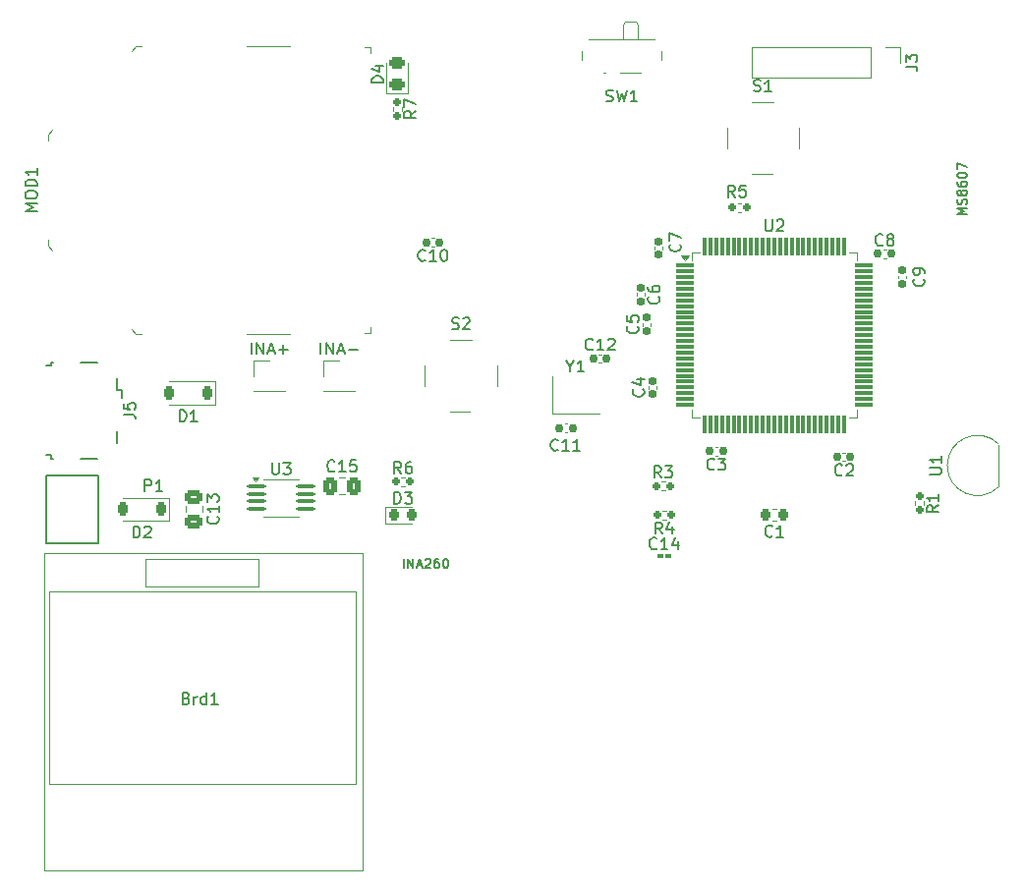
<source format=gto>
%TF.GenerationSoftware,KiCad,Pcbnew,8.0.5*%
%TF.CreationDate,2024-11-27T11:31:13-05:00*%
%TF.ProjectId,Alfond PCB,416c666f-6e64-4205-9043-422e6b696361,rev?*%
%TF.SameCoordinates,Original*%
%TF.FileFunction,Legend,Top*%
%TF.FilePolarity,Positive*%
%FSLAX46Y46*%
G04 Gerber Fmt 4.6, Leading zero omitted, Abs format (unit mm)*
G04 Created by KiCad (PCBNEW 8.0.5) date 2024-11-27 11:31:13*
%MOMM*%
%LPD*%
G01*
G04 APERTURE LIST*
G04 Aperture macros list*
%AMRoundRect*
0 Rectangle with rounded corners*
0 $1 Rounding radius*
0 $2 $3 $4 $5 $6 $7 $8 $9 X,Y pos of 4 corners*
0 Add a 4 corners polygon primitive as box body*
4,1,4,$2,$3,$4,$5,$6,$7,$8,$9,$2,$3,0*
0 Add four circle primitives for the rounded corners*
1,1,$1+$1,$2,$3*
1,1,$1+$1,$4,$5*
1,1,$1+$1,$6,$7*
1,1,$1+$1,$8,$9*
0 Add four rect primitives between the rounded corners*
20,1,$1+$1,$2,$3,$4,$5,0*
20,1,$1+$1,$4,$5,$6,$7,0*
20,1,$1+$1,$6,$7,$8,$9,0*
20,1,$1+$1,$8,$9,$2,$3,0*%
G04 Aperture macros list end*
%ADD10C,0.150000*%
%ADD11C,0.146304*%
%ADD12C,0.120000*%
%ADD13C,0.127000*%
%ADD14C,0.100000*%
%ADD15R,1.400000X1.200000*%
%ADD16RoundRect,0.160000X-0.160000X0.197500X-0.160000X-0.197500X0.160000X-0.197500X0.160000X0.197500X0*%
%ADD17RoundRect,0.100000X-0.712500X-0.100000X0.712500X-0.100000X0.712500X0.100000X-0.712500X0.100000X0*%
%ADD18RoundRect,0.075000X-0.725000X-0.075000X0.725000X-0.075000X0.725000X0.075000X-0.725000X0.075000X0*%
%ADD19RoundRect,0.075000X-0.075000X-0.725000X0.075000X-0.725000X0.075000X0.725000X-0.075000X0.725000X0*%
%ADD20RoundRect,0.155000X0.212500X0.155000X-0.212500X0.155000X-0.212500X-0.155000X0.212500X-0.155000X0*%
%ADD21R,1.700000X1.700000*%
%ADD22C,1.879600*%
%ADD23RoundRect,0.155000X0.155000X-0.212500X0.155000X0.212500X-0.155000X0.212500X-0.155000X-0.212500X0*%
%ADD24RoundRect,0.160000X-0.197500X-0.160000X0.197500X-0.160000X0.197500X0.160000X-0.197500X0.160000X0*%
%ADD25RoundRect,0.160000X0.197500X0.160000X-0.197500X0.160000X-0.197500X-0.160000X0.197500X-0.160000X0*%
%ADD26R,1.500000X1.050000*%
%ADD27O,1.500000X1.050000*%
%ADD28RoundRect,0.155000X-0.155000X0.212500X-0.155000X-0.212500X0.155000X-0.212500X0.155000X0.212500X0*%
%ADD29RoundRect,0.225000X0.225000X0.375000X-0.225000X0.375000X-0.225000X-0.375000X0.225000X-0.375000X0*%
%ADD30C,1.778000*%
%ADD31RoundRect,0.155000X-0.212500X-0.155000X0.212500X-0.155000X0.212500X0.155000X-0.212500X0.155000X0*%
%ADD32R,1.000000X0.800000*%
%ADD33C,0.900000*%
%ADD34R,0.700000X1.500000*%
%ADD35C,1.712000*%
%ADD36R,2.000000X2.000000*%
%ADD37C,2.000000*%
%ADD38C,1.700000*%
%ADD39O,0.800000X0.800000*%
%ADD40R,1.300000X0.450000*%
%ADD41O,1.800000X1.150000*%
%ADD42O,2.000000X1.450000*%
%ADD43O,1.700000X1.700000*%
%ADD44RoundRect,0.250000X-0.475000X0.337500X-0.475000X-0.337500X0.475000X-0.337500X0.475000X0.337500X0*%
%ADD45RoundRect,0.225000X0.225000X0.250000X-0.225000X0.250000X-0.225000X-0.250000X0.225000X-0.250000X0*%
%ADD46RoundRect,0.218750X-0.218750X-0.256250X0.218750X-0.256250X0.218750X0.256250X-0.218750X0.256250X0*%
%ADD47O,1.600000X2.000000*%
%ADD48RoundRect,0.250000X-0.337500X-0.475000X0.337500X-0.475000X0.337500X0.475000X-0.337500X0.475000X0*%
%ADD49RoundRect,0.075000X-0.212500X-0.075000X0.212500X-0.075000X0.212500X0.075000X-0.212500X0.075000X0*%
%ADD50RoundRect,0.243750X0.456250X-0.243750X0.456250X0.243750X-0.456250X0.243750X-0.456250X-0.243750X0*%
G04 APERTURE END LIST*
D10*
X206423809Y-76678628D02*
X206423809Y-77154819D01*
X206090476Y-76154819D02*
X206423809Y-76678628D01*
X206423809Y-76678628D02*
X206757142Y-76154819D01*
X207614285Y-77154819D02*
X207042857Y-77154819D01*
X207328571Y-77154819D02*
X207328571Y-76154819D01*
X207328571Y-76154819D02*
X207233333Y-76297676D01*
X207233333Y-76297676D02*
X207138095Y-76392914D01*
X207138095Y-76392914D02*
X207042857Y-76440533D01*
X193124819Y-54666666D02*
X192648628Y-54999999D01*
X193124819Y-55238094D02*
X192124819Y-55238094D01*
X192124819Y-55238094D02*
X192124819Y-54857142D01*
X192124819Y-54857142D02*
X192172438Y-54761904D01*
X192172438Y-54761904D02*
X192220057Y-54714285D01*
X192220057Y-54714285D02*
X192315295Y-54666666D01*
X192315295Y-54666666D02*
X192458152Y-54666666D01*
X192458152Y-54666666D02*
X192553390Y-54714285D01*
X192553390Y-54714285D02*
X192601009Y-54761904D01*
X192601009Y-54761904D02*
X192648628Y-54857142D01*
X192648628Y-54857142D02*
X192648628Y-55238094D01*
X192124819Y-54333332D02*
X192124819Y-53666666D01*
X192124819Y-53666666D02*
X193124819Y-54095237D01*
X180738095Y-85004819D02*
X180738095Y-85814342D01*
X180738095Y-85814342D02*
X180785714Y-85909580D01*
X180785714Y-85909580D02*
X180833333Y-85957200D01*
X180833333Y-85957200D02*
X180928571Y-86004819D01*
X180928571Y-86004819D02*
X181119047Y-86004819D01*
X181119047Y-86004819D02*
X181214285Y-85957200D01*
X181214285Y-85957200D02*
X181261904Y-85909580D01*
X181261904Y-85909580D02*
X181309523Y-85814342D01*
X181309523Y-85814342D02*
X181309523Y-85004819D01*
X181690476Y-85004819D02*
X182309523Y-85004819D01*
X182309523Y-85004819D02*
X181976190Y-85385771D01*
X181976190Y-85385771D02*
X182119047Y-85385771D01*
X182119047Y-85385771D02*
X182214285Y-85433390D01*
X182214285Y-85433390D02*
X182261904Y-85481009D01*
X182261904Y-85481009D02*
X182309523Y-85576247D01*
X182309523Y-85576247D02*
X182309523Y-85814342D01*
X182309523Y-85814342D02*
X182261904Y-85909580D01*
X182261904Y-85909580D02*
X182214285Y-85957200D01*
X182214285Y-85957200D02*
X182119047Y-86004819D01*
X182119047Y-86004819D02*
X181833333Y-86004819D01*
X181833333Y-86004819D02*
X181738095Y-85957200D01*
X181738095Y-85957200D02*
X181690476Y-85909580D01*
X223238095Y-64034819D02*
X223238095Y-64844342D01*
X223238095Y-64844342D02*
X223285714Y-64939580D01*
X223285714Y-64939580D02*
X223333333Y-64987200D01*
X223333333Y-64987200D02*
X223428571Y-65034819D01*
X223428571Y-65034819D02*
X223619047Y-65034819D01*
X223619047Y-65034819D02*
X223714285Y-64987200D01*
X223714285Y-64987200D02*
X223761904Y-64939580D01*
X223761904Y-64939580D02*
X223809523Y-64844342D01*
X223809523Y-64844342D02*
X223809523Y-64034819D01*
X224238095Y-64130057D02*
X224285714Y-64082438D01*
X224285714Y-64082438D02*
X224380952Y-64034819D01*
X224380952Y-64034819D02*
X224619047Y-64034819D01*
X224619047Y-64034819D02*
X224714285Y-64082438D01*
X224714285Y-64082438D02*
X224761904Y-64130057D01*
X224761904Y-64130057D02*
X224809523Y-64225295D01*
X224809523Y-64225295D02*
X224809523Y-64320533D01*
X224809523Y-64320533D02*
X224761904Y-64463390D01*
X224761904Y-64463390D02*
X224190476Y-65034819D01*
X224190476Y-65034819D02*
X224809523Y-65034819D01*
X193924642Y-67519580D02*
X193877023Y-67567200D01*
X193877023Y-67567200D02*
X193734166Y-67614819D01*
X193734166Y-67614819D02*
X193638928Y-67614819D01*
X193638928Y-67614819D02*
X193496071Y-67567200D01*
X193496071Y-67567200D02*
X193400833Y-67471961D01*
X193400833Y-67471961D02*
X193353214Y-67376723D01*
X193353214Y-67376723D02*
X193305595Y-67186247D01*
X193305595Y-67186247D02*
X193305595Y-67043390D01*
X193305595Y-67043390D02*
X193353214Y-66852914D01*
X193353214Y-66852914D02*
X193400833Y-66757676D01*
X193400833Y-66757676D02*
X193496071Y-66662438D01*
X193496071Y-66662438D02*
X193638928Y-66614819D01*
X193638928Y-66614819D02*
X193734166Y-66614819D01*
X193734166Y-66614819D02*
X193877023Y-66662438D01*
X193877023Y-66662438D02*
X193924642Y-66710057D01*
X194877023Y-67614819D02*
X194305595Y-67614819D01*
X194591309Y-67614819D02*
X194591309Y-66614819D01*
X194591309Y-66614819D02*
X194496071Y-66757676D01*
X194496071Y-66757676D02*
X194400833Y-66852914D01*
X194400833Y-66852914D02*
X194305595Y-66900533D01*
X195496071Y-66614819D02*
X195591309Y-66614819D01*
X195591309Y-66614819D02*
X195686547Y-66662438D01*
X195686547Y-66662438D02*
X195734166Y-66710057D01*
X195734166Y-66710057D02*
X195781785Y-66805295D01*
X195781785Y-66805295D02*
X195829404Y-66995771D01*
X195829404Y-66995771D02*
X195829404Y-67233866D01*
X195829404Y-67233866D02*
X195781785Y-67424342D01*
X195781785Y-67424342D02*
X195734166Y-67519580D01*
X195734166Y-67519580D02*
X195686547Y-67567200D01*
X195686547Y-67567200D02*
X195591309Y-67614819D01*
X195591309Y-67614819D02*
X195496071Y-67614819D01*
X195496071Y-67614819D02*
X195400833Y-67567200D01*
X195400833Y-67567200D02*
X195353214Y-67519580D01*
X195353214Y-67519580D02*
X195305595Y-67424342D01*
X195305595Y-67424342D02*
X195257976Y-67233866D01*
X195257976Y-67233866D02*
X195257976Y-66995771D01*
X195257976Y-66995771D02*
X195305595Y-66805295D01*
X195305595Y-66805295D02*
X195353214Y-66710057D01*
X195353214Y-66710057D02*
X195400833Y-66662438D01*
X195400833Y-66662438D02*
X195496071Y-66614819D01*
X178928572Y-75624819D02*
X178928572Y-74624819D01*
X179404762Y-75624819D02*
X179404762Y-74624819D01*
X179404762Y-74624819D02*
X179976190Y-75624819D01*
X179976190Y-75624819D02*
X179976190Y-74624819D01*
X180404762Y-75339104D02*
X180880952Y-75339104D01*
X180309524Y-75624819D02*
X180642857Y-74624819D01*
X180642857Y-74624819D02*
X180976190Y-75624819D01*
X181309524Y-75243866D02*
X182071429Y-75243866D01*
X181690476Y-75624819D02*
X181690476Y-74862914D01*
D11*
X192050528Y-94065687D02*
X192050528Y-93265687D01*
X192431480Y-94065687D02*
X192431480Y-93265687D01*
X192431480Y-93265687D02*
X192888623Y-94065687D01*
X192888623Y-94065687D02*
X192888623Y-93265687D01*
X193231479Y-93837115D02*
X193612432Y-93837115D01*
X193155289Y-94065687D02*
X193421956Y-93265687D01*
X193421956Y-93265687D02*
X193688622Y-94065687D01*
X193917193Y-93341877D02*
X193955289Y-93303782D01*
X193955289Y-93303782D02*
X194031479Y-93265687D01*
X194031479Y-93265687D02*
X194221955Y-93265687D01*
X194221955Y-93265687D02*
X194298146Y-93303782D01*
X194298146Y-93303782D02*
X194336241Y-93341877D01*
X194336241Y-93341877D02*
X194374336Y-93418068D01*
X194374336Y-93418068D02*
X194374336Y-93494258D01*
X194374336Y-93494258D02*
X194336241Y-93608544D01*
X194336241Y-93608544D02*
X193879098Y-94065687D01*
X193879098Y-94065687D02*
X194374336Y-94065687D01*
X195060051Y-93265687D02*
X194907670Y-93265687D01*
X194907670Y-93265687D02*
X194831479Y-93303782D01*
X194831479Y-93303782D02*
X194793384Y-93341877D01*
X194793384Y-93341877D02*
X194717194Y-93456163D01*
X194717194Y-93456163D02*
X194679098Y-93608544D01*
X194679098Y-93608544D02*
X194679098Y-93913306D01*
X194679098Y-93913306D02*
X194717194Y-93989496D01*
X194717194Y-93989496D02*
X194755289Y-94027592D01*
X194755289Y-94027592D02*
X194831479Y-94065687D01*
X194831479Y-94065687D02*
X194983860Y-94065687D01*
X194983860Y-94065687D02*
X195060051Y-94027592D01*
X195060051Y-94027592D02*
X195098146Y-93989496D01*
X195098146Y-93989496D02*
X195136241Y-93913306D01*
X195136241Y-93913306D02*
X195136241Y-93722830D01*
X195136241Y-93722830D02*
X195098146Y-93646639D01*
X195098146Y-93646639D02*
X195060051Y-93608544D01*
X195060051Y-93608544D02*
X194983860Y-93570449D01*
X194983860Y-93570449D02*
X194831479Y-93570449D01*
X194831479Y-93570449D02*
X194755289Y-93608544D01*
X194755289Y-93608544D02*
X194717194Y-93646639D01*
X194717194Y-93646639D02*
X194679098Y-93722830D01*
X195631480Y-93265687D02*
X195707670Y-93265687D01*
X195707670Y-93265687D02*
X195783861Y-93303782D01*
X195783861Y-93303782D02*
X195821956Y-93341877D01*
X195821956Y-93341877D02*
X195860051Y-93418068D01*
X195860051Y-93418068D02*
X195898146Y-93570449D01*
X195898146Y-93570449D02*
X195898146Y-93760925D01*
X195898146Y-93760925D02*
X195860051Y-93913306D01*
X195860051Y-93913306D02*
X195821956Y-93989496D01*
X195821956Y-93989496D02*
X195783861Y-94027592D01*
X195783861Y-94027592D02*
X195707670Y-94065687D01*
X195707670Y-94065687D02*
X195631480Y-94065687D01*
X195631480Y-94065687D02*
X195555289Y-94027592D01*
X195555289Y-94027592D02*
X195517194Y-93989496D01*
X195517194Y-93989496D02*
X195479099Y-93913306D01*
X195479099Y-93913306D02*
X195441003Y-93760925D01*
X195441003Y-93760925D02*
X195441003Y-93570449D01*
X195441003Y-93570449D02*
X195479099Y-93418068D01*
X195479099Y-93418068D02*
X195517194Y-93341877D01*
X195517194Y-93341877D02*
X195555289Y-93303782D01*
X195555289Y-93303782D02*
X195631480Y-93265687D01*
D10*
X184928572Y-75624819D02*
X184928572Y-74624819D01*
X185404762Y-75624819D02*
X185404762Y-74624819D01*
X185404762Y-74624819D02*
X185976190Y-75624819D01*
X185976190Y-75624819D02*
X185976190Y-74624819D01*
X186404762Y-75339104D02*
X186880952Y-75339104D01*
X186309524Y-75624819D02*
X186642857Y-74624819D01*
X186642857Y-74624819D02*
X186976190Y-75624819D01*
X187309524Y-75243866D02*
X188071429Y-75243866D01*
X236859580Y-69166666D02*
X236907200Y-69214285D01*
X236907200Y-69214285D02*
X236954819Y-69357142D01*
X236954819Y-69357142D02*
X236954819Y-69452380D01*
X236954819Y-69452380D02*
X236907200Y-69595237D01*
X236907200Y-69595237D02*
X236811961Y-69690475D01*
X236811961Y-69690475D02*
X236716723Y-69738094D01*
X236716723Y-69738094D02*
X236526247Y-69785713D01*
X236526247Y-69785713D02*
X236383390Y-69785713D01*
X236383390Y-69785713D02*
X236192914Y-69738094D01*
X236192914Y-69738094D02*
X236097676Y-69690475D01*
X236097676Y-69690475D02*
X236002438Y-69595237D01*
X236002438Y-69595237D02*
X235954819Y-69452380D01*
X235954819Y-69452380D02*
X235954819Y-69357142D01*
X235954819Y-69357142D02*
X236002438Y-69214285D01*
X236002438Y-69214285D02*
X236050057Y-69166666D01*
X236954819Y-68690475D02*
X236954819Y-68499999D01*
X236954819Y-68499999D02*
X236907200Y-68404761D01*
X236907200Y-68404761D02*
X236859580Y-68357142D01*
X236859580Y-68357142D02*
X236716723Y-68261904D01*
X236716723Y-68261904D02*
X236526247Y-68214285D01*
X236526247Y-68214285D02*
X236145295Y-68214285D01*
X236145295Y-68214285D02*
X236050057Y-68261904D01*
X236050057Y-68261904D02*
X236002438Y-68309523D01*
X236002438Y-68309523D02*
X235954819Y-68404761D01*
X235954819Y-68404761D02*
X235954819Y-68595237D01*
X235954819Y-68595237D02*
X236002438Y-68690475D01*
X236002438Y-68690475D02*
X236050057Y-68738094D01*
X236050057Y-68738094D02*
X236145295Y-68785713D01*
X236145295Y-68785713D02*
X236383390Y-68785713D01*
X236383390Y-68785713D02*
X236478628Y-68738094D01*
X236478628Y-68738094D02*
X236526247Y-68690475D01*
X236526247Y-68690475D02*
X236573866Y-68595237D01*
X236573866Y-68595237D02*
X236573866Y-68404761D01*
X236573866Y-68404761D02*
X236526247Y-68309523D01*
X236526247Y-68309523D02*
X236478628Y-68261904D01*
X236478628Y-68261904D02*
X236383390Y-68214285D01*
X220618333Y-62094819D02*
X220285000Y-61618628D01*
X220046905Y-62094819D02*
X220046905Y-61094819D01*
X220046905Y-61094819D02*
X220427857Y-61094819D01*
X220427857Y-61094819D02*
X220523095Y-61142438D01*
X220523095Y-61142438D02*
X220570714Y-61190057D01*
X220570714Y-61190057D02*
X220618333Y-61285295D01*
X220618333Y-61285295D02*
X220618333Y-61428152D01*
X220618333Y-61428152D02*
X220570714Y-61523390D01*
X220570714Y-61523390D02*
X220523095Y-61571009D01*
X220523095Y-61571009D02*
X220427857Y-61618628D01*
X220427857Y-61618628D02*
X220046905Y-61618628D01*
X221523095Y-61094819D02*
X221046905Y-61094819D01*
X221046905Y-61094819D02*
X220999286Y-61571009D01*
X220999286Y-61571009D02*
X221046905Y-61523390D01*
X221046905Y-61523390D02*
X221142143Y-61475771D01*
X221142143Y-61475771D02*
X221380238Y-61475771D01*
X221380238Y-61475771D02*
X221475476Y-61523390D01*
X221475476Y-61523390D02*
X221523095Y-61571009D01*
X221523095Y-61571009D02*
X221570714Y-61666247D01*
X221570714Y-61666247D02*
X221570714Y-61904342D01*
X221570714Y-61904342D02*
X221523095Y-61999580D01*
X221523095Y-61999580D02*
X221475476Y-62047200D01*
X221475476Y-62047200D02*
X221380238Y-62094819D01*
X221380238Y-62094819D02*
X221142143Y-62094819D01*
X221142143Y-62094819D02*
X221046905Y-62047200D01*
X221046905Y-62047200D02*
X220999286Y-61999580D01*
X214333333Y-91124819D02*
X214000000Y-90648628D01*
X213761905Y-91124819D02*
X213761905Y-90124819D01*
X213761905Y-90124819D02*
X214142857Y-90124819D01*
X214142857Y-90124819D02*
X214238095Y-90172438D01*
X214238095Y-90172438D02*
X214285714Y-90220057D01*
X214285714Y-90220057D02*
X214333333Y-90315295D01*
X214333333Y-90315295D02*
X214333333Y-90458152D01*
X214333333Y-90458152D02*
X214285714Y-90553390D01*
X214285714Y-90553390D02*
X214238095Y-90601009D01*
X214238095Y-90601009D02*
X214142857Y-90648628D01*
X214142857Y-90648628D02*
X213761905Y-90648628D01*
X215190476Y-90458152D02*
X215190476Y-91124819D01*
X214952381Y-90077200D02*
X214714286Y-90791485D01*
X214714286Y-90791485D02*
X215333333Y-90791485D01*
X237394819Y-85991904D02*
X238204342Y-85991904D01*
X238204342Y-85991904D02*
X238299580Y-85944285D01*
X238299580Y-85944285D02*
X238347200Y-85896666D01*
X238347200Y-85896666D02*
X238394819Y-85801428D01*
X238394819Y-85801428D02*
X238394819Y-85610952D01*
X238394819Y-85610952D02*
X238347200Y-85515714D01*
X238347200Y-85515714D02*
X238299580Y-85468095D01*
X238299580Y-85468095D02*
X238204342Y-85420476D01*
X238204342Y-85420476D02*
X237394819Y-85420476D01*
X238394819Y-84420476D02*
X238394819Y-84991904D01*
X238394819Y-84706190D02*
X237394819Y-84706190D01*
X237394819Y-84706190D02*
X237537676Y-84801428D01*
X237537676Y-84801428D02*
X237632914Y-84896666D01*
X237632914Y-84896666D02*
X237680533Y-84991904D01*
X214019580Y-70666666D02*
X214067200Y-70714285D01*
X214067200Y-70714285D02*
X214114819Y-70857142D01*
X214114819Y-70857142D02*
X214114819Y-70952380D01*
X214114819Y-70952380D02*
X214067200Y-71095237D01*
X214067200Y-71095237D02*
X213971961Y-71190475D01*
X213971961Y-71190475D02*
X213876723Y-71238094D01*
X213876723Y-71238094D02*
X213686247Y-71285713D01*
X213686247Y-71285713D02*
X213543390Y-71285713D01*
X213543390Y-71285713D02*
X213352914Y-71238094D01*
X213352914Y-71238094D02*
X213257676Y-71190475D01*
X213257676Y-71190475D02*
X213162438Y-71095237D01*
X213162438Y-71095237D02*
X213114819Y-70952380D01*
X213114819Y-70952380D02*
X213114819Y-70857142D01*
X213114819Y-70857142D02*
X213162438Y-70714285D01*
X213162438Y-70714285D02*
X213210057Y-70666666D01*
X213114819Y-69809523D02*
X213114819Y-69999999D01*
X213114819Y-69999999D02*
X213162438Y-70095237D01*
X213162438Y-70095237D02*
X213210057Y-70142856D01*
X213210057Y-70142856D02*
X213352914Y-70238094D01*
X213352914Y-70238094D02*
X213543390Y-70285713D01*
X213543390Y-70285713D02*
X213924342Y-70285713D01*
X213924342Y-70285713D02*
X214019580Y-70238094D01*
X214019580Y-70238094D02*
X214067200Y-70190475D01*
X214067200Y-70190475D02*
X214114819Y-70095237D01*
X214114819Y-70095237D02*
X214114819Y-69904761D01*
X214114819Y-69904761D02*
X214067200Y-69809523D01*
X214067200Y-69809523D02*
X214019580Y-69761904D01*
X214019580Y-69761904D02*
X213924342Y-69714285D01*
X213924342Y-69714285D02*
X213686247Y-69714285D01*
X213686247Y-69714285D02*
X213591009Y-69761904D01*
X213591009Y-69761904D02*
X213543390Y-69809523D01*
X213543390Y-69809523D02*
X213495771Y-69904761D01*
X213495771Y-69904761D02*
X213495771Y-70095237D01*
X213495771Y-70095237D02*
X213543390Y-70190475D01*
X213543390Y-70190475D02*
X213591009Y-70238094D01*
X213591009Y-70238094D02*
X213686247Y-70285713D01*
X168761905Y-91454819D02*
X168761905Y-90454819D01*
X168761905Y-90454819D02*
X169000000Y-90454819D01*
X169000000Y-90454819D02*
X169142857Y-90502438D01*
X169142857Y-90502438D02*
X169238095Y-90597676D01*
X169238095Y-90597676D02*
X169285714Y-90692914D01*
X169285714Y-90692914D02*
X169333333Y-90883390D01*
X169333333Y-90883390D02*
X169333333Y-91026247D01*
X169333333Y-91026247D02*
X169285714Y-91216723D01*
X169285714Y-91216723D02*
X169238095Y-91311961D01*
X169238095Y-91311961D02*
X169142857Y-91407200D01*
X169142857Y-91407200D02*
X169000000Y-91454819D01*
X169000000Y-91454819D02*
X168761905Y-91454819D01*
X169714286Y-90550057D02*
X169761905Y-90502438D01*
X169761905Y-90502438D02*
X169857143Y-90454819D01*
X169857143Y-90454819D02*
X170095238Y-90454819D01*
X170095238Y-90454819D02*
X170190476Y-90502438D01*
X170190476Y-90502438D02*
X170238095Y-90550057D01*
X170238095Y-90550057D02*
X170285714Y-90645295D01*
X170285714Y-90645295D02*
X170285714Y-90740533D01*
X170285714Y-90740533D02*
X170238095Y-90883390D01*
X170238095Y-90883390D02*
X169666667Y-91454819D01*
X169666667Y-91454819D02*
X170285714Y-91454819D01*
D11*
X240565687Y-63599471D02*
X239765687Y-63599471D01*
X239765687Y-63599471D02*
X240337115Y-63332805D01*
X240337115Y-63332805D02*
X239765687Y-63066138D01*
X239765687Y-63066138D02*
X240565687Y-63066138D01*
X240527592Y-62723281D02*
X240565687Y-62608995D01*
X240565687Y-62608995D02*
X240565687Y-62418519D01*
X240565687Y-62418519D02*
X240527592Y-62342328D01*
X240527592Y-62342328D02*
X240489496Y-62304233D01*
X240489496Y-62304233D02*
X240413306Y-62266138D01*
X240413306Y-62266138D02*
X240337115Y-62266138D01*
X240337115Y-62266138D02*
X240260925Y-62304233D01*
X240260925Y-62304233D02*
X240222830Y-62342328D01*
X240222830Y-62342328D02*
X240184734Y-62418519D01*
X240184734Y-62418519D02*
X240146639Y-62570900D01*
X240146639Y-62570900D02*
X240108544Y-62647090D01*
X240108544Y-62647090D02*
X240070449Y-62685185D01*
X240070449Y-62685185D02*
X239994258Y-62723281D01*
X239994258Y-62723281D02*
X239918068Y-62723281D01*
X239918068Y-62723281D02*
X239841877Y-62685185D01*
X239841877Y-62685185D02*
X239803782Y-62647090D01*
X239803782Y-62647090D02*
X239765687Y-62570900D01*
X239765687Y-62570900D02*
X239765687Y-62380423D01*
X239765687Y-62380423D02*
X239803782Y-62266138D01*
X240108544Y-61808995D02*
X240070449Y-61885185D01*
X240070449Y-61885185D02*
X240032353Y-61923280D01*
X240032353Y-61923280D02*
X239956163Y-61961376D01*
X239956163Y-61961376D02*
X239918068Y-61961376D01*
X239918068Y-61961376D02*
X239841877Y-61923280D01*
X239841877Y-61923280D02*
X239803782Y-61885185D01*
X239803782Y-61885185D02*
X239765687Y-61808995D01*
X239765687Y-61808995D02*
X239765687Y-61656614D01*
X239765687Y-61656614D02*
X239803782Y-61580423D01*
X239803782Y-61580423D02*
X239841877Y-61542328D01*
X239841877Y-61542328D02*
X239918068Y-61504233D01*
X239918068Y-61504233D02*
X239956163Y-61504233D01*
X239956163Y-61504233D02*
X240032353Y-61542328D01*
X240032353Y-61542328D02*
X240070449Y-61580423D01*
X240070449Y-61580423D02*
X240108544Y-61656614D01*
X240108544Y-61656614D02*
X240108544Y-61808995D01*
X240108544Y-61808995D02*
X240146639Y-61885185D01*
X240146639Y-61885185D02*
X240184734Y-61923280D01*
X240184734Y-61923280D02*
X240260925Y-61961376D01*
X240260925Y-61961376D02*
X240413306Y-61961376D01*
X240413306Y-61961376D02*
X240489496Y-61923280D01*
X240489496Y-61923280D02*
X240527592Y-61885185D01*
X240527592Y-61885185D02*
X240565687Y-61808995D01*
X240565687Y-61808995D02*
X240565687Y-61656614D01*
X240565687Y-61656614D02*
X240527592Y-61580423D01*
X240527592Y-61580423D02*
X240489496Y-61542328D01*
X240489496Y-61542328D02*
X240413306Y-61504233D01*
X240413306Y-61504233D02*
X240260925Y-61504233D01*
X240260925Y-61504233D02*
X240184734Y-61542328D01*
X240184734Y-61542328D02*
X240146639Y-61580423D01*
X240146639Y-61580423D02*
X240108544Y-61656614D01*
X239765687Y-60818518D02*
X239765687Y-60970899D01*
X239765687Y-60970899D02*
X239803782Y-61047090D01*
X239803782Y-61047090D02*
X239841877Y-61085185D01*
X239841877Y-61085185D02*
X239956163Y-61161375D01*
X239956163Y-61161375D02*
X240108544Y-61199471D01*
X240108544Y-61199471D02*
X240413306Y-61199471D01*
X240413306Y-61199471D02*
X240489496Y-61161375D01*
X240489496Y-61161375D02*
X240527592Y-61123280D01*
X240527592Y-61123280D02*
X240565687Y-61047090D01*
X240565687Y-61047090D02*
X240565687Y-60894709D01*
X240565687Y-60894709D02*
X240527592Y-60818518D01*
X240527592Y-60818518D02*
X240489496Y-60780423D01*
X240489496Y-60780423D02*
X240413306Y-60742328D01*
X240413306Y-60742328D02*
X240222830Y-60742328D01*
X240222830Y-60742328D02*
X240146639Y-60780423D01*
X240146639Y-60780423D02*
X240108544Y-60818518D01*
X240108544Y-60818518D02*
X240070449Y-60894709D01*
X240070449Y-60894709D02*
X240070449Y-61047090D01*
X240070449Y-61047090D02*
X240108544Y-61123280D01*
X240108544Y-61123280D02*
X240146639Y-61161375D01*
X240146639Y-61161375D02*
X240222830Y-61199471D01*
X239765687Y-60247089D02*
X239765687Y-60170899D01*
X239765687Y-60170899D02*
X239803782Y-60094708D01*
X239803782Y-60094708D02*
X239841877Y-60056613D01*
X239841877Y-60056613D02*
X239918068Y-60018518D01*
X239918068Y-60018518D02*
X240070449Y-59980423D01*
X240070449Y-59980423D02*
X240260925Y-59980423D01*
X240260925Y-59980423D02*
X240413306Y-60018518D01*
X240413306Y-60018518D02*
X240489496Y-60056613D01*
X240489496Y-60056613D02*
X240527592Y-60094708D01*
X240527592Y-60094708D02*
X240565687Y-60170899D01*
X240565687Y-60170899D02*
X240565687Y-60247089D01*
X240565687Y-60247089D02*
X240527592Y-60323280D01*
X240527592Y-60323280D02*
X240489496Y-60361375D01*
X240489496Y-60361375D02*
X240413306Y-60399470D01*
X240413306Y-60399470D02*
X240260925Y-60437566D01*
X240260925Y-60437566D02*
X240070449Y-60437566D01*
X240070449Y-60437566D02*
X239918068Y-60399470D01*
X239918068Y-60399470D02*
X239841877Y-60361375D01*
X239841877Y-60361375D02*
X239803782Y-60323280D01*
X239803782Y-60323280D02*
X239765687Y-60247089D01*
X239765687Y-59713756D02*
X239765687Y-59180422D01*
X239765687Y-59180422D02*
X240565687Y-59523280D01*
D10*
X205357142Y-83859580D02*
X205309523Y-83907200D01*
X205309523Y-83907200D02*
X205166666Y-83954819D01*
X205166666Y-83954819D02*
X205071428Y-83954819D01*
X205071428Y-83954819D02*
X204928571Y-83907200D01*
X204928571Y-83907200D02*
X204833333Y-83811961D01*
X204833333Y-83811961D02*
X204785714Y-83716723D01*
X204785714Y-83716723D02*
X204738095Y-83526247D01*
X204738095Y-83526247D02*
X204738095Y-83383390D01*
X204738095Y-83383390D02*
X204785714Y-83192914D01*
X204785714Y-83192914D02*
X204833333Y-83097676D01*
X204833333Y-83097676D02*
X204928571Y-83002438D01*
X204928571Y-83002438D02*
X205071428Y-82954819D01*
X205071428Y-82954819D02*
X205166666Y-82954819D01*
X205166666Y-82954819D02*
X205309523Y-83002438D01*
X205309523Y-83002438D02*
X205357142Y-83050057D01*
X206309523Y-83954819D02*
X205738095Y-83954819D01*
X206023809Y-83954819D02*
X206023809Y-82954819D01*
X206023809Y-82954819D02*
X205928571Y-83097676D01*
X205928571Y-83097676D02*
X205833333Y-83192914D01*
X205833333Y-83192914D02*
X205738095Y-83240533D01*
X207261904Y-83954819D02*
X206690476Y-83954819D01*
X206976190Y-83954819D02*
X206976190Y-82954819D01*
X206976190Y-82954819D02*
X206880952Y-83097676D01*
X206880952Y-83097676D02*
X206785714Y-83192914D01*
X206785714Y-83192914D02*
X206690476Y-83240533D01*
X209516667Y-53827200D02*
X209659524Y-53874819D01*
X209659524Y-53874819D02*
X209897619Y-53874819D01*
X209897619Y-53874819D02*
X209992857Y-53827200D01*
X209992857Y-53827200D02*
X210040476Y-53779580D01*
X210040476Y-53779580D02*
X210088095Y-53684342D01*
X210088095Y-53684342D02*
X210088095Y-53589104D01*
X210088095Y-53589104D02*
X210040476Y-53493866D01*
X210040476Y-53493866D02*
X209992857Y-53446247D01*
X209992857Y-53446247D02*
X209897619Y-53398628D01*
X209897619Y-53398628D02*
X209707143Y-53351009D01*
X209707143Y-53351009D02*
X209611905Y-53303390D01*
X209611905Y-53303390D02*
X209564286Y-53255771D01*
X209564286Y-53255771D02*
X209516667Y-53160533D01*
X209516667Y-53160533D02*
X209516667Y-53065295D01*
X209516667Y-53065295D02*
X209564286Y-52970057D01*
X209564286Y-52970057D02*
X209611905Y-52922438D01*
X209611905Y-52922438D02*
X209707143Y-52874819D01*
X209707143Y-52874819D02*
X209945238Y-52874819D01*
X209945238Y-52874819D02*
X210088095Y-52922438D01*
X210421429Y-52874819D02*
X210659524Y-53874819D01*
X210659524Y-53874819D02*
X210850000Y-53160533D01*
X210850000Y-53160533D02*
X211040476Y-53874819D01*
X211040476Y-53874819D02*
X211278572Y-52874819D01*
X212183333Y-53874819D02*
X211611905Y-53874819D01*
X211897619Y-53874819D02*
X211897619Y-52874819D01*
X211897619Y-52874819D02*
X211802381Y-53017676D01*
X211802381Y-53017676D02*
X211707143Y-53112914D01*
X211707143Y-53112914D02*
X211611905Y-53160533D01*
X172761905Y-81454819D02*
X172761905Y-80454819D01*
X172761905Y-80454819D02*
X173000000Y-80454819D01*
X173000000Y-80454819D02*
X173142857Y-80502438D01*
X173142857Y-80502438D02*
X173238095Y-80597676D01*
X173238095Y-80597676D02*
X173285714Y-80692914D01*
X173285714Y-80692914D02*
X173333333Y-80883390D01*
X173333333Y-80883390D02*
X173333333Y-81026247D01*
X173333333Y-81026247D02*
X173285714Y-81216723D01*
X173285714Y-81216723D02*
X173238095Y-81311961D01*
X173238095Y-81311961D02*
X173142857Y-81407200D01*
X173142857Y-81407200D02*
X173000000Y-81454819D01*
X173000000Y-81454819D02*
X172761905Y-81454819D01*
X174285714Y-81454819D02*
X173714286Y-81454819D01*
X174000000Y-81454819D02*
X174000000Y-80454819D01*
X174000000Y-80454819D02*
X173904762Y-80597676D01*
X173904762Y-80597676D02*
X173809524Y-80692914D01*
X173809524Y-80692914D02*
X173714286Y-80740533D01*
X218833333Y-85519580D02*
X218785714Y-85567200D01*
X218785714Y-85567200D02*
X218642857Y-85614819D01*
X218642857Y-85614819D02*
X218547619Y-85614819D01*
X218547619Y-85614819D02*
X218404762Y-85567200D01*
X218404762Y-85567200D02*
X218309524Y-85471961D01*
X218309524Y-85471961D02*
X218261905Y-85376723D01*
X218261905Y-85376723D02*
X218214286Y-85186247D01*
X218214286Y-85186247D02*
X218214286Y-85043390D01*
X218214286Y-85043390D02*
X218261905Y-84852914D01*
X218261905Y-84852914D02*
X218309524Y-84757676D01*
X218309524Y-84757676D02*
X218404762Y-84662438D01*
X218404762Y-84662438D02*
X218547619Y-84614819D01*
X218547619Y-84614819D02*
X218642857Y-84614819D01*
X218642857Y-84614819D02*
X218785714Y-84662438D01*
X218785714Y-84662438D02*
X218833333Y-84710057D01*
X219166667Y-84614819D02*
X219785714Y-84614819D01*
X219785714Y-84614819D02*
X219452381Y-84995771D01*
X219452381Y-84995771D02*
X219595238Y-84995771D01*
X219595238Y-84995771D02*
X219690476Y-85043390D01*
X219690476Y-85043390D02*
X219738095Y-85091009D01*
X219738095Y-85091009D02*
X219785714Y-85186247D01*
X219785714Y-85186247D02*
X219785714Y-85424342D01*
X219785714Y-85424342D02*
X219738095Y-85519580D01*
X219738095Y-85519580D02*
X219690476Y-85567200D01*
X219690476Y-85567200D02*
X219595238Y-85614819D01*
X219595238Y-85614819D02*
X219309524Y-85614819D01*
X219309524Y-85614819D02*
X219214286Y-85567200D01*
X219214286Y-85567200D02*
X219166667Y-85519580D01*
X215859580Y-66166666D02*
X215907200Y-66214285D01*
X215907200Y-66214285D02*
X215954819Y-66357142D01*
X215954819Y-66357142D02*
X215954819Y-66452380D01*
X215954819Y-66452380D02*
X215907200Y-66595237D01*
X215907200Y-66595237D02*
X215811961Y-66690475D01*
X215811961Y-66690475D02*
X215716723Y-66738094D01*
X215716723Y-66738094D02*
X215526247Y-66785713D01*
X215526247Y-66785713D02*
X215383390Y-66785713D01*
X215383390Y-66785713D02*
X215192914Y-66738094D01*
X215192914Y-66738094D02*
X215097676Y-66690475D01*
X215097676Y-66690475D02*
X215002438Y-66595237D01*
X215002438Y-66595237D02*
X214954819Y-66452380D01*
X214954819Y-66452380D02*
X214954819Y-66357142D01*
X214954819Y-66357142D02*
X215002438Y-66214285D01*
X215002438Y-66214285D02*
X215050057Y-66166666D01*
X214954819Y-65833332D02*
X214954819Y-65166666D01*
X214954819Y-65166666D02*
X215954819Y-65595237D01*
X233333333Y-66199580D02*
X233285714Y-66247200D01*
X233285714Y-66247200D02*
X233142857Y-66294819D01*
X233142857Y-66294819D02*
X233047619Y-66294819D01*
X233047619Y-66294819D02*
X232904762Y-66247200D01*
X232904762Y-66247200D02*
X232809524Y-66151961D01*
X232809524Y-66151961D02*
X232761905Y-66056723D01*
X232761905Y-66056723D02*
X232714286Y-65866247D01*
X232714286Y-65866247D02*
X232714286Y-65723390D01*
X232714286Y-65723390D02*
X232761905Y-65532914D01*
X232761905Y-65532914D02*
X232809524Y-65437676D01*
X232809524Y-65437676D02*
X232904762Y-65342438D01*
X232904762Y-65342438D02*
X233047619Y-65294819D01*
X233047619Y-65294819D02*
X233142857Y-65294819D01*
X233142857Y-65294819D02*
X233285714Y-65342438D01*
X233285714Y-65342438D02*
X233333333Y-65390057D01*
X233904762Y-65723390D02*
X233809524Y-65675771D01*
X233809524Y-65675771D02*
X233761905Y-65628152D01*
X233761905Y-65628152D02*
X233714286Y-65532914D01*
X233714286Y-65532914D02*
X233714286Y-65485295D01*
X233714286Y-65485295D02*
X233761905Y-65390057D01*
X233761905Y-65390057D02*
X233809524Y-65342438D01*
X233809524Y-65342438D02*
X233904762Y-65294819D01*
X233904762Y-65294819D02*
X234095238Y-65294819D01*
X234095238Y-65294819D02*
X234190476Y-65342438D01*
X234190476Y-65342438D02*
X234238095Y-65390057D01*
X234238095Y-65390057D02*
X234285714Y-65485295D01*
X234285714Y-65485295D02*
X234285714Y-65532914D01*
X234285714Y-65532914D02*
X234238095Y-65628152D01*
X234238095Y-65628152D02*
X234190476Y-65675771D01*
X234190476Y-65675771D02*
X234095238Y-65723390D01*
X234095238Y-65723390D02*
X233904762Y-65723390D01*
X233904762Y-65723390D02*
X233809524Y-65771009D01*
X233809524Y-65771009D02*
X233761905Y-65818628D01*
X233761905Y-65818628D02*
X233714286Y-65913866D01*
X233714286Y-65913866D02*
X233714286Y-66104342D01*
X233714286Y-66104342D02*
X233761905Y-66199580D01*
X233761905Y-66199580D02*
X233809524Y-66247200D01*
X233809524Y-66247200D02*
X233904762Y-66294819D01*
X233904762Y-66294819D02*
X234095238Y-66294819D01*
X234095238Y-66294819D02*
X234190476Y-66247200D01*
X234190476Y-66247200D02*
X234238095Y-66199580D01*
X234238095Y-66199580D02*
X234285714Y-66104342D01*
X234285714Y-66104342D02*
X234285714Y-65913866D01*
X234285714Y-65913866D02*
X234238095Y-65818628D01*
X234238095Y-65818628D02*
X234190476Y-65771009D01*
X234190476Y-65771009D02*
X234095238Y-65723390D01*
X208357142Y-75199580D02*
X208309523Y-75247200D01*
X208309523Y-75247200D02*
X208166666Y-75294819D01*
X208166666Y-75294819D02*
X208071428Y-75294819D01*
X208071428Y-75294819D02*
X207928571Y-75247200D01*
X207928571Y-75247200D02*
X207833333Y-75151961D01*
X207833333Y-75151961D02*
X207785714Y-75056723D01*
X207785714Y-75056723D02*
X207738095Y-74866247D01*
X207738095Y-74866247D02*
X207738095Y-74723390D01*
X207738095Y-74723390D02*
X207785714Y-74532914D01*
X207785714Y-74532914D02*
X207833333Y-74437676D01*
X207833333Y-74437676D02*
X207928571Y-74342438D01*
X207928571Y-74342438D02*
X208071428Y-74294819D01*
X208071428Y-74294819D02*
X208166666Y-74294819D01*
X208166666Y-74294819D02*
X208309523Y-74342438D01*
X208309523Y-74342438D02*
X208357142Y-74390057D01*
X209309523Y-75294819D02*
X208738095Y-75294819D01*
X209023809Y-75294819D02*
X209023809Y-74294819D01*
X209023809Y-74294819D02*
X208928571Y-74437676D01*
X208928571Y-74437676D02*
X208833333Y-74532914D01*
X208833333Y-74532914D02*
X208738095Y-74580533D01*
X209690476Y-74390057D02*
X209738095Y-74342438D01*
X209738095Y-74342438D02*
X209833333Y-74294819D01*
X209833333Y-74294819D02*
X210071428Y-74294819D01*
X210071428Y-74294819D02*
X210166666Y-74342438D01*
X210166666Y-74342438D02*
X210214285Y-74390057D01*
X210214285Y-74390057D02*
X210261904Y-74485295D01*
X210261904Y-74485295D02*
X210261904Y-74580533D01*
X210261904Y-74580533D02*
X210214285Y-74723390D01*
X210214285Y-74723390D02*
X209642857Y-75294819D01*
X209642857Y-75294819D02*
X210261904Y-75294819D01*
X169761306Y-87455194D02*
X169761306Y-86454383D01*
X169761306Y-86454383D02*
X170142567Y-86454383D01*
X170142567Y-86454383D02*
X170237883Y-86502041D01*
X170237883Y-86502041D02*
X170285540Y-86549699D01*
X170285540Y-86549699D02*
X170333198Y-86645014D01*
X170333198Y-86645014D02*
X170333198Y-86787987D01*
X170333198Y-86787987D02*
X170285540Y-86883302D01*
X170285540Y-86883302D02*
X170237883Y-86930960D01*
X170237883Y-86930960D02*
X170142567Y-86978618D01*
X170142567Y-86978618D02*
X169761306Y-86978618D01*
X171286351Y-87455194D02*
X170714459Y-87455194D01*
X171000405Y-87455194D02*
X171000405Y-86454383D01*
X171000405Y-86454383D02*
X170905090Y-86597356D01*
X170905090Y-86597356D02*
X170809775Y-86692672D01*
X170809775Y-86692672D02*
X170714459Y-86740329D01*
X222238095Y-52937200D02*
X222380952Y-52984819D01*
X222380952Y-52984819D02*
X222619047Y-52984819D01*
X222619047Y-52984819D02*
X222714285Y-52937200D01*
X222714285Y-52937200D02*
X222761904Y-52889580D01*
X222761904Y-52889580D02*
X222809523Y-52794342D01*
X222809523Y-52794342D02*
X222809523Y-52699104D01*
X222809523Y-52699104D02*
X222761904Y-52603866D01*
X222761904Y-52603866D02*
X222714285Y-52556247D01*
X222714285Y-52556247D02*
X222619047Y-52508628D01*
X222619047Y-52508628D02*
X222428571Y-52461009D01*
X222428571Y-52461009D02*
X222333333Y-52413390D01*
X222333333Y-52413390D02*
X222285714Y-52365771D01*
X222285714Y-52365771D02*
X222238095Y-52270533D01*
X222238095Y-52270533D02*
X222238095Y-52175295D01*
X222238095Y-52175295D02*
X222285714Y-52080057D01*
X222285714Y-52080057D02*
X222333333Y-52032438D01*
X222333333Y-52032438D02*
X222428571Y-51984819D01*
X222428571Y-51984819D02*
X222666666Y-51984819D01*
X222666666Y-51984819D02*
X222809523Y-52032438D01*
X223761904Y-52984819D02*
X223190476Y-52984819D01*
X223476190Y-52984819D02*
X223476190Y-51984819D01*
X223476190Y-51984819D02*
X223380952Y-52127676D01*
X223380952Y-52127676D02*
X223285714Y-52222914D01*
X223285714Y-52222914D02*
X223190476Y-52270533D01*
X160464819Y-63333332D02*
X159464819Y-63333332D01*
X159464819Y-63333332D02*
X160179104Y-62999999D01*
X160179104Y-62999999D02*
X159464819Y-62666666D01*
X159464819Y-62666666D02*
X160464819Y-62666666D01*
X159464819Y-61999999D02*
X159464819Y-61809523D01*
X159464819Y-61809523D02*
X159512438Y-61714285D01*
X159512438Y-61714285D02*
X159607676Y-61619047D01*
X159607676Y-61619047D02*
X159798152Y-61571428D01*
X159798152Y-61571428D02*
X160131485Y-61571428D01*
X160131485Y-61571428D02*
X160321961Y-61619047D01*
X160321961Y-61619047D02*
X160417200Y-61714285D01*
X160417200Y-61714285D02*
X160464819Y-61809523D01*
X160464819Y-61809523D02*
X160464819Y-61999999D01*
X160464819Y-61999999D02*
X160417200Y-62095237D01*
X160417200Y-62095237D02*
X160321961Y-62190475D01*
X160321961Y-62190475D02*
X160131485Y-62238094D01*
X160131485Y-62238094D02*
X159798152Y-62238094D01*
X159798152Y-62238094D02*
X159607676Y-62190475D01*
X159607676Y-62190475D02*
X159512438Y-62095237D01*
X159512438Y-62095237D02*
X159464819Y-61999999D01*
X160464819Y-61142856D02*
X159464819Y-61142856D01*
X159464819Y-61142856D02*
X159464819Y-60904761D01*
X159464819Y-60904761D02*
X159512438Y-60761904D01*
X159512438Y-60761904D02*
X159607676Y-60666666D01*
X159607676Y-60666666D02*
X159702914Y-60619047D01*
X159702914Y-60619047D02*
X159893390Y-60571428D01*
X159893390Y-60571428D02*
X160036247Y-60571428D01*
X160036247Y-60571428D02*
X160226723Y-60619047D01*
X160226723Y-60619047D02*
X160321961Y-60666666D01*
X160321961Y-60666666D02*
X160417200Y-60761904D01*
X160417200Y-60761904D02*
X160464819Y-60904761D01*
X160464819Y-60904761D02*
X160464819Y-61142856D01*
X160464819Y-59619047D02*
X160464819Y-60190475D01*
X160464819Y-59904761D02*
X159464819Y-59904761D01*
X159464819Y-59904761D02*
X159607676Y-59999999D01*
X159607676Y-59999999D02*
X159702914Y-60095237D01*
X159702914Y-60095237D02*
X159750533Y-60190475D01*
X167954819Y-80833333D02*
X168669104Y-80833333D01*
X168669104Y-80833333D02*
X168811961Y-80880952D01*
X168811961Y-80880952D02*
X168907200Y-80976190D01*
X168907200Y-80976190D02*
X168954819Y-81119047D01*
X168954819Y-81119047D02*
X168954819Y-81214285D01*
X167954819Y-79880952D02*
X167954819Y-80357142D01*
X167954819Y-80357142D02*
X168431009Y-80404761D01*
X168431009Y-80404761D02*
X168383390Y-80357142D01*
X168383390Y-80357142D02*
X168335771Y-80261904D01*
X168335771Y-80261904D02*
X168335771Y-80023809D01*
X168335771Y-80023809D02*
X168383390Y-79928571D01*
X168383390Y-79928571D02*
X168431009Y-79880952D01*
X168431009Y-79880952D02*
X168526247Y-79833333D01*
X168526247Y-79833333D02*
X168764342Y-79833333D01*
X168764342Y-79833333D02*
X168859580Y-79880952D01*
X168859580Y-79880952D02*
X168907200Y-79928571D01*
X168907200Y-79928571D02*
X168954819Y-80023809D01*
X168954819Y-80023809D02*
X168954819Y-80261904D01*
X168954819Y-80261904D02*
X168907200Y-80357142D01*
X168907200Y-80357142D02*
X168859580Y-80404761D01*
X235324819Y-50833333D02*
X236039104Y-50833333D01*
X236039104Y-50833333D02*
X236181961Y-50880952D01*
X236181961Y-50880952D02*
X236277200Y-50976190D01*
X236277200Y-50976190D02*
X236324819Y-51119047D01*
X236324819Y-51119047D02*
X236324819Y-51214285D01*
X235324819Y-50452380D02*
X235324819Y-49833333D01*
X235324819Y-49833333D02*
X235705771Y-50166666D01*
X235705771Y-50166666D02*
X235705771Y-50023809D01*
X235705771Y-50023809D02*
X235753390Y-49928571D01*
X235753390Y-49928571D02*
X235801009Y-49880952D01*
X235801009Y-49880952D02*
X235896247Y-49833333D01*
X235896247Y-49833333D02*
X236134342Y-49833333D01*
X236134342Y-49833333D02*
X236229580Y-49880952D01*
X236229580Y-49880952D02*
X236277200Y-49928571D01*
X236277200Y-49928571D02*
X236324819Y-50023809D01*
X236324819Y-50023809D02*
X236324819Y-50309523D01*
X236324819Y-50309523D02*
X236277200Y-50404761D01*
X236277200Y-50404761D02*
X236229580Y-50452380D01*
X212699580Y-78666666D02*
X212747200Y-78714285D01*
X212747200Y-78714285D02*
X212794819Y-78857142D01*
X212794819Y-78857142D02*
X212794819Y-78952380D01*
X212794819Y-78952380D02*
X212747200Y-79095237D01*
X212747200Y-79095237D02*
X212651961Y-79190475D01*
X212651961Y-79190475D02*
X212556723Y-79238094D01*
X212556723Y-79238094D02*
X212366247Y-79285713D01*
X212366247Y-79285713D02*
X212223390Y-79285713D01*
X212223390Y-79285713D02*
X212032914Y-79238094D01*
X212032914Y-79238094D02*
X211937676Y-79190475D01*
X211937676Y-79190475D02*
X211842438Y-79095237D01*
X211842438Y-79095237D02*
X211794819Y-78952380D01*
X211794819Y-78952380D02*
X211794819Y-78857142D01*
X211794819Y-78857142D02*
X211842438Y-78714285D01*
X211842438Y-78714285D02*
X211890057Y-78666666D01*
X212128152Y-77809523D02*
X212794819Y-77809523D01*
X211747200Y-78047618D02*
X212461485Y-78285713D01*
X212461485Y-78285713D02*
X212461485Y-77666666D01*
X176039580Y-89642857D02*
X176087200Y-89690476D01*
X176087200Y-89690476D02*
X176134819Y-89833333D01*
X176134819Y-89833333D02*
X176134819Y-89928571D01*
X176134819Y-89928571D02*
X176087200Y-90071428D01*
X176087200Y-90071428D02*
X175991961Y-90166666D01*
X175991961Y-90166666D02*
X175896723Y-90214285D01*
X175896723Y-90214285D02*
X175706247Y-90261904D01*
X175706247Y-90261904D02*
X175563390Y-90261904D01*
X175563390Y-90261904D02*
X175372914Y-90214285D01*
X175372914Y-90214285D02*
X175277676Y-90166666D01*
X175277676Y-90166666D02*
X175182438Y-90071428D01*
X175182438Y-90071428D02*
X175134819Y-89928571D01*
X175134819Y-89928571D02*
X175134819Y-89833333D01*
X175134819Y-89833333D02*
X175182438Y-89690476D01*
X175182438Y-89690476D02*
X175230057Y-89642857D01*
X176134819Y-88690476D02*
X176134819Y-89261904D01*
X176134819Y-88976190D02*
X175134819Y-88976190D01*
X175134819Y-88976190D02*
X175277676Y-89071428D01*
X175277676Y-89071428D02*
X175372914Y-89166666D01*
X175372914Y-89166666D02*
X175420533Y-89261904D01*
X175134819Y-88357142D02*
X175134819Y-87738095D01*
X175134819Y-87738095D02*
X175515771Y-88071428D01*
X175515771Y-88071428D02*
X175515771Y-87928571D01*
X175515771Y-87928571D02*
X175563390Y-87833333D01*
X175563390Y-87833333D02*
X175611009Y-87785714D01*
X175611009Y-87785714D02*
X175706247Y-87738095D01*
X175706247Y-87738095D02*
X175944342Y-87738095D01*
X175944342Y-87738095D02*
X176039580Y-87785714D01*
X176039580Y-87785714D02*
X176087200Y-87833333D01*
X176087200Y-87833333D02*
X176134819Y-87928571D01*
X176134819Y-87928571D02*
X176134819Y-88214285D01*
X176134819Y-88214285D02*
X176087200Y-88309523D01*
X176087200Y-88309523D02*
X176039580Y-88357142D01*
X223833333Y-91289580D02*
X223785714Y-91337200D01*
X223785714Y-91337200D02*
X223642857Y-91384819D01*
X223642857Y-91384819D02*
X223547619Y-91384819D01*
X223547619Y-91384819D02*
X223404762Y-91337200D01*
X223404762Y-91337200D02*
X223309524Y-91241961D01*
X223309524Y-91241961D02*
X223261905Y-91146723D01*
X223261905Y-91146723D02*
X223214286Y-90956247D01*
X223214286Y-90956247D02*
X223214286Y-90813390D01*
X223214286Y-90813390D02*
X223261905Y-90622914D01*
X223261905Y-90622914D02*
X223309524Y-90527676D01*
X223309524Y-90527676D02*
X223404762Y-90432438D01*
X223404762Y-90432438D02*
X223547619Y-90384819D01*
X223547619Y-90384819D02*
X223642857Y-90384819D01*
X223642857Y-90384819D02*
X223785714Y-90432438D01*
X223785714Y-90432438D02*
X223833333Y-90480057D01*
X224785714Y-91384819D02*
X224214286Y-91384819D01*
X224500000Y-91384819D02*
X224500000Y-90384819D01*
X224500000Y-90384819D02*
X224404762Y-90527676D01*
X224404762Y-90527676D02*
X224309524Y-90622914D01*
X224309524Y-90622914D02*
X224214286Y-90670533D01*
X191845833Y-85914819D02*
X191512500Y-85438628D01*
X191274405Y-85914819D02*
X191274405Y-84914819D01*
X191274405Y-84914819D02*
X191655357Y-84914819D01*
X191655357Y-84914819D02*
X191750595Y-84962438D01*
X191750595Y-84962438D02*
X191798214Y-85010057D01*
X191798214Y-85010057D02*
X191845833Y-85105295D01*
X191845833Y-85105295D02*
X191845833Y-85248152D01*
X191845833Y-85248152D02*
X191798214Y-85343390D01*
X191798214Y-85343390D02*
X191750595Y-85391009D01*
X191750595Y-85391009D02*
X191655357Y-85438628D01*
X191655357Y-85438628D02*
X191274405Y-85438628D01*
X192702976Y-84914819D02*
X192512500Y-84914819D01*
X192512500Y-84914819D02*
X192417262Y-84962438D01*
X192417262Y-84962438D02*
X192369643Y-85010057D01*
X192369643Y-85010057D02*
X192274405Y-85152914D01*
X192274405Y-85152914D02*
X192226786Y-85343390D01*
X192226786Y-85343390D02*
X192226786Y-85724342D01*
X192226786Y-85724342D02*
X192274405Y-85819580D01*
X192274405Y-85819580D02*
X192322024Y-85867200D01*
X192322024Y-85867200D02*
X192417262Y-85914819D01*
X192417262Y-85914819D02*
X192607738Y-85914819D01*
X192607738Y-85914819D02*
X192702976Y-85867200D01*
X192702976Y-85867200D02*
X192750595Y-85819580D01*
X192750595Y-85819580D02*
X192798214Y-85724342D01*
X192798214Y-85724342D02*
X192798214Y-85486247D01*
X192798214Y-85486247D02*
X192750595Y-85391009D01*
X192750595Y-85391009D02*
X192702976Y-85343390D01*
X192702976Y-85343390D02*
X192607738Y-85295771D01*
X192607738Y-85295771D02*
X192417262Y-85295771D01*
X192417262Y-85295771D02*
X192322024Y-85343390D01*
X192322024Y-85343390D02*
X192274405Y-85391009D01*
X192274405Y-85391009D02*
X192226786Y-85486247D01*
X214235833Y-86284819D02*
X213902500Y-85808628D01*
X213664405Y-86284819D02*
X213664405Y-85284819D01*
X213664405Y-85284819D02*
X214045357Y-85284819D01*
X214045357Y-85284819D02*
X214140595Y-85332438D01*
X214140595Y-85332438D02*
X214188214Y-85380057D01*
X214188214Y-85380057D02*
X214235833Y-85475295D01*
X214235833Y-85475295D02*
X214235833Y-85618152D01*
X214235833Y-85618152D02*
X214188214Y-85713390D01*
X214188214Y-85713390D02*
X214140595Y-85761009D01*
X214140595Y-85761009D02*
X214045357Y-85808628D01*
X214045357Y-85808628D02*
X213664405Y-85808628D01*
X214569167Y-85284819D02*
X215188214Y-85284819D01*
X215188214Y-85284819D02*
X214854881Y-85665771D01*
X214854881Y-85665771D02*
X214997738Y-85665771D01*
X214997738Y-85665771D02*
X215092976Y-85713390D01*
X215092976Y-85713390D02*
X215140595Y-85761009D01*
X215140595Y-85761009D02*
X215188214Y-85856247D01*
X215188214Y-85856247D02*
X215188214Y-86094342D01*
X215188214Y-86094342D02*
X215140595Y-86189580D01*
X215140595Y-86189580D02*
X215092976Y-86237200D01*
X215092976Y-86237200D02*
X214997738Y-86284819D01*
X214997738Y-86284819D02*
X214712024Y-86284819D01*
X214712024Y-86284819D02*
X214616786Y-86237200D01*
X214616786Y-86237200D02*
X214569167Y-86189580D01*
X238124819Y-88666666D02*
X237648628Y-88999999D01*
X238124819Y-89238094D02*
X237124819Y-89238094D01*
X237124819Y-89238094D02*
X237124819Y-88857142D01*
X237124819Y-88857142D02*
X237172438Y-88761904D01*
X237172438Y-88761904D02*
X237220057Y-88714285D01*
X237220057Y-88714285D02*
X237315295Y-88666666D01*
X237315295Y-88666666D02*
X237458152Y-88666666D01*
X237458152Y-88666666D02*
X237553390Y-88714285D01*
X237553390Y-88714285D02*
X237601009Y-88761904D01*
X237601009Y-88761904D02*
X237648628Y-88857142D01*
X237648628Y-88857142D02*
X237648628Y-89238094D01*
X238124819Y-87714285D02*
X238124819Y-88285713D01*
X238124819Y-87999999D02*
X237124819Y-87999999D01*
X237124819Y-87999999D02*
X237267676Y-88095237D01*
X237267676Y-88095237D02*
X237362914Y-88190475D01*
X237362914Y-88190475D02*
X237410533Y-88285713D01*
X191261905Y-88524819D02*
X191261905Y-87524819D01*
X191261905Y-87524819D02*
X191500000Y-87524819D01*
X191500000Y-87524819D02*
X191642857Y-87572438D01*
X191642857Y-87572438D02*
X191738095Y-87667676D01*
X191738095Y-87667676D02*
X191785714Y-87762914D01*
X191785714Y-87762914D02*
X191833333Y-87953390D01*
X191833333Y-87953390D02*
X191833333Y-88096247D01*
X191833333Y-88096247D02*
X191785714Y-88286723D01*
X191785714Y-88286723D02*
X191738095Y-88381961D01*
X191738095Y-88381961D02*
X191642857Y-88477200D01*
X191642857Y-88477200D02*
X191500000Y-88524819D01*
X191500000Y-88524819D02*
X191261905Y-88524819D01*
X192166667Y-87524819D02*
X192785714Y-87524819D01*
X192785714Y-87524819D02*
X192452381Y-87905771D01*
X192452381Y-87905771D02*
X192595238Y-87905771D01*
X192595238Y-87905771D02*
X192690476Y-87953390D01*
X192690476Y-87953390D02*
X192738095Y-88001009D01*
X192738095Y-88001009D02*
X192785714Y-88096247D01*
X192785714Y-88096247D02*
X192785714Y-88334342D01*
X192785714Y-88334342D02*
X192738095Y-88429580D01*
X192738095Y-88429580D02*
X192690476Y-88477200D01*
X192690476Y-88477200D02*
X192595238Y-88524819D01*
X192595238Y-88524819D02*
X192309524Y-88524819D01*
X192309524Y-88524819D02*
X192214286Y-88477200D01*
X192214286Y-88477200D02*
X192166667Y-88429580D01*
X173333333Y-105285009D02*
X173476190Y-105332628D01*
X173476190Y-105332628D02*
X173523809Y-105380247D01*
X173523809Y-105380247D02*
X173571428Y-105475485D01*
X173571428Y-105475485D02*
X173571428Y-105618342D01*
X173571428Y-105618342D02*
X173523809Y-105713580D01*
X173523809Y-105713580D02*
X173476190Y-105761200D01*
X173476190Y-105761200D02*
X173380952Y-105808819D01*
X173380952Y-105808819D02*
X173000000Y-105808819D01*
X173000000Y-105808819D02*
X173000000Y-104808819D01*
X173000000Y-104808819D02*
X173333333Y-104808819D01*
X173333333Y-104808819D02*
X173428571Y-104856438D01*
X173428571Y-104856438D02*
X173476190Y-104904057D01*
X173476190Y-104904057D02*
X173523809Y-104999295D01*
X173523809Y-104999295D02*
X173523809Y-105094533D01*
X173523809Y-105094533D02*
X173476190Y-105189771D01*
X173476190Y-105189771D02*
X173428571Y-105237390D01*
X173428571Y-105237390D02*
X173333333Y-105285009D01*
X173333333Y-105285009D02*
X173000000Y-105285009D01*
X174000000Y-105808819D02*
X174000000Y-105142152D01*
X174000000Y-105332628D02*
X174047619Y-105237390D01*
X174047619Y-105237390D02*
X174095238Y-105189771D01*
X174095238Y-105189771D02*
X174190476Y-105142152D01*
X174190476Y-105142152D02*
X174285714Y-105142152D01*
X175047619Y-105808819D02*
X175047619Y-104808819D01*
X175047619Y-105761200D02*
X174952381Y-105808819D01*
X174952381Y-105808819D02*
X174761905Y-105808819D01*
X174761905Y-105808819D02*
X174666667Y-105761200D01*
X174666667Y-105761200D02*
X174619048Y-105713580D01*
X174619048Y-105713580D02*
X174571429Y-105618342D01*
X174571429Y-105618342D02*
X174571429Y-105332628D01*
X174571429Y-105332628D02*
X174619048Y-105237390D01*
X174619048Y-105237390D02*
X174666667Y-105189771D01*
X174666667Y-105189771D02*
X174761905Y-105142152D01*
X174761905Y-105142152D02*
X174952381Y-105142152D01*
X174952381Y-105142152D02*
X175047619Y-105189771D01*
X176047619Y-105808819D02*
X175476191Y-105808819D01*
X175761905Y-105808819D02*
X175761905Y-104808819D01*
X175761905Y-104808819D02*
X175666667Y-104951676D01*
X175666667Y-104951676D02*
X175571429Y-105046914D01*
X175571429Y-105046914D02*
X175476191Y-105094533D01*
X196238095Y-73437200D02*
X196380952Y-73484819D01*
X196380952Y-73484819D02*
X196619047Y-73484819D01*
X196619047Y-73484819D02*
X196714285Y-73437200D01*
X196714285Y-73437200D02*
X196761904Y-73389580D01*
X196761904Y-73389580D02*
X196809523Y-73294342D01*
X196809523Y-73294342D02*
X196809523Y-73199104D01*
X196809523Y-73199104D02*
X196761904Y-73103866D01*
X196761904Y-73103866D02*
X196714285Y-73056247D01*
X196714285Y-73056247D02*
X196619047Y-73008628D01*
X196619047Y-73008628D02*
X196428571Y-72961009D01*
X196428571Y-72961009D02*
X196333333Y-72913390D01*
X196333333Y-72913390D02*
X196285714Y-72865771D01*
X196285714Y-72865771D02*
X196238095Y-72770533D01*
X196238095Y-72770533D02*
X196238095Y-72675295D01*
X196238095Y-72675295D02*
X196285714Y-72580057D01*
X196285714Y-72580057D02*
X196333333Y-72532438D01*
X196333333Y-72532438D02*
X196428571Y-72484819D01*
X196428571Y-72484819D02*
X196666666Y-72484819D01*
X196666666Y-72484819D02*
X196809523Y-72532438D01*
X197190476Y-72580057D02*
X197238095Y-72532438D01*
X197238095Y-72532438D02*
X197333333Y-72484819D01*
X197333333Y-72484819D02*
X197571428Y-72484819D01*
X197571428Y-72484819D02*
X197666666Y-72532438D01*
X197666666Y-72532438D02*
X197714285Y-72580057D01*
X197714285Y-72580057D02*
X197761904Y-72675295D01*
X197761904Y-72675295D02*
X197761904Y-72770533D01*
X197761904Y-72770533D02*
X197714285Y-72913390D01*
X197714285Y-72913390D02*
X197142857Y-73484819D01*
X197142857Y-73484819D02*
X197761904Y-73484819D01*
X186107142Y-85679580D02*
X186059523Y-85727200D01*
X186059523Y-85727200D02*
X185916666Y-85774819D01*
X185916666Y-85774819D02*
X185821428Y-85774819D01*
X185821428Y-85774819D02*
X185678571Y-85727200D01*
X185678571Y-85727200D02*
X185583333Y-85631961D01*
X185583333Y-85631961D02*
X185535714Y-85536723D01*
X185535714Y-85536723D02*
X185488095Y-85346247D01*
X185488095Y-85346247D02*
X185488095Y-85203390D01*
X185488095Y-85203390D02*
X185535714Y-85012914D01*
X185535714Y-85012914D02*
X185583333Y-84917676D01*
X185583333Y-84917676D02*
X185678571Y-84822438D01*
X185678571Y-84822438D02*
X185821428Y-84774819D01*
X185821428Y-84774819D02*
X185916666Y-84774819D01*
X185916666Y-84774819D02*
X186059523Y-84822438D01*
X186059523Y-84822438D02*
X186107142Y-84870057D01*
X187059523Y-85774819D02*
X186488095Y-85774819D01*
X186773809Y-85774819D02*
X186773809Y-84774819D01*
X186773809Y-84774819D02*
X186678571Y-84917676D01*
X186678571Y-84917676D02*
X186583333Y-85012914D01*
X186583333Y-85012914D02*
X186488095Y-85060533D01*
X187964285Y-84774819D02*
X187488095Y-84774819D01*
X187488095Y-84774819D02*
X187440476Y-85251009D01*
X187440476Y-85251009D02*
X187488095Y-85203390D01*
X187488095Y-85203390D02*
X187583333Y-85155771D01*
X187583333Y-85155771D02*
X187821428Y-85155771D01*
X187821428Y-85155771D02*
X187916666Y-85203390D01*
X187916666Y-85203390D02*
X187964285Y-85251009D01*
X187964285Y-85251009D02*
X188011904Y-85346247D01*
X188011904Y-85346247D02*
X188011904Y-85584342D01*
X188011904Y-85584342D02*
X187964285Y-85679580D01*
X187964285Y-85679580D02*
X187916666Y-85727200D01*
X187916666Y-85727200D02*
X187821428Y-85774819D01*
X187821428Y-85774819D02*
X187583333Y-85774819D01*
X187583333Y-85774819D02*
X187488095Y-85727200D01*
X187488095Y-85727200D02*
X187440476Y-85679580D01*
X213857142Y-92359580D02*
X213809523Y-92407200D01*
X213809523Y-92407200D02*
X213666666Y-92454819D01*
X213666666Y-92454819D02*
X213571428Y-92454819D01*
X213571428Y-92454819D02*
X213428571Y-92407200D01*
X213428571Y-92407200D02*
X213333333Y-92311961D01*
X213333333Y-92311961D02*
X213285714Y-92216723D01*
X213285714Y-92216723D02*
X213238095Y-92026247D01*
X213238095Y-92026247D02*
X213238095Y-91883390D01*
X213238095Y-91883390D02*
X213285714Y-91692914D01*
X213285714Y-91692914D02*
X213333333Y-91597676D01*
X213333333Y-91597676D02*
X213428571Y-91502438D01*
X213428571Y-91502438D02*
X213571428Y-91454819D01*
X213571428Y-91454819D02*
X213666666Y-91454819D01*
X213666666Y-91454819D02*
X213809523Y-91502438D01*
X213809523Y-91502438D02*
X213857142Y-91550057D01*
X214809523Y-92454819D02*
X214238095Y-92454819D01*
X214523809Y-92454819D02*
X214523809Y-91454819D01*
X214523809Y-91454819D02*
X214428571Y-91597676D01*
X214428571Y-91597676D02*
X214333333Y-91692914D01*
X214333333Y-91692914D02*
X214238095Y-91740533D01*
X215666666Y-91788152D02*
X215666666Y-92454819D01*
X215428571Y-91407200D02*
X215190476Y-92121485D01*
X215190476Y-92121485D02*
X215809523Y-92121485D01*
X229833333Y-86019580D02*
X229785714Y-86067200D01*
X229785714Y-86067200D02*
X229642857Y-86114819D01*
X229642857Y-86114819D02*
X229547619Y-86114819D01*
X229547619Y-86114819D02*
X229404762Y-86067200D01*
X229404762Y-86067200D02*
X229309524Y-85971961D01*
X229309524Y-85971961D02*
X229261905Y-85876723D01*
X229261905Y-85876723D02*
X229214286Y-85686247D01*
X229214286Y-85686247D02*
X229214286Y-85543390D01*
X229214286Y-85543390D02*
X229261905Y-85352914D01*
X229261905Y-85352914D02*
X229309524Y-85257676D01*
X229309524Y-85257676D02*
X229404762Y-85162438D01*
X229404762Y-85162438D02*
X229547619Y-85114819D01*
X229547619Y-85114819D02*
X229642857Y-85114819D01*
X229642857Y-85114819D02*
X229785714Y-85162438D01*
X229785714Y-85162438D02*
X229833333Y-85210057D01*
X230214286Y-85210057D02*
X230261905Y-85162438D01*
X230261905Y-85162438D02*
X230357143Y-85114819D01*
X230357143Y-85114819D02*
X230595238Y-85114819D01*
X230595238Y-85114819D02*
X230690476Y-85162438D01*
X230690476Y-85162438D02*
X230738095Y-85210057D01*
X230738095Y-85210057D02*
X230785714Y-85305295D01*
X230785714Y-85305295D02*
X230785714Y-85400533D01*
X230785714Y-85400533D02*
X230738095Y-85543390D01*
X230738095Y-85543390D02*
X230166667Y-86114819D01*
X230166667Y-86114819D02*
X230785714Y-86114819D01*
X190304819Y-52238094D02*
X189304819Y-52238094D01*
X189304819Y-52238094D02*
X189304819Y-51999999D01*
X189304819Y-51999999D02*
X189352438Y-51857142D01*
X189352438Y-51857142D02*
X189447676Y-51761904D01*
X189447676Y-51761904D02*
X189542914Y-51714285D01*
X189542914Y-51714285D02*
X189733390Y-51666666D01*
X189733390Y-51666666D02*
X189876247Y-51666666D01*
X189876247Y-51666666D02*
X190066723Y-51714285D01*
X190066723Y-51714285D02*
X190161961Y-51761904D01*
X190161961Y-51761904D02*
X190257200Y-51857142D01*
X190257200Y-51857142D02*
X190304819Y-51999999D01*
X190304819Y-51999999D02*
X190304819Y-52238094D01*
X189638152Y-50809523D02*
X190304819Y-50809523D01*
X189257200Y-51047618D02*
X189971485Y-51285713D01*
X189971485Y-51285713D02*
X189971485Y-50666666D01*
X212199580Y-73234166D02*
X212247200Y-73281785D01*
X212247200Y-73281785D02*
X212294819Y-73424642D01*
X212294819Y-73424642D02*
X212294819Y-73519880D01*
X212294819Y-73519880D02*
X212247200Y-73662737D01*
X212247200Y-73662737D02*
X212151961Y-73757975D01*
X212151961Y-73757975D02*
X212056723Y-73805594D01*
X212056723Y-73805594D02*
X211866247Y-73853213D01*
X211866247Y-73853213D02*
X211723390Y-73853213D01*
X211723390Y-73853213D02*
X211532914Y-73805594D01*
X211532914Y-73805594D02*
X211437676Y-73757975D01*
X211437676Y-73757975D02*
X211342438Y-73662737D01*
X211342438Y-73662737D02*
X211294819Y-73519880D01*
X211294819Y-73519880D02*
X211294819Y-73424642D01*
X211294819Y-73424642D02*
X211342438Y-73281785D01*
X211342438Y-73281785D02*
X211390057Y-73234166D01*
X211294819Y-72329404D02*
X211294819Y-72805594D01*
X211294819Y-72805594D02*
X211771009Y-72853213D01*
X211771009Y-72853213D02*
X211723390Y-72805594D01*
X211723390Y-72805594D02*
X211675771Y-72710356D01*
X211675771Y-72710356D02*
X211675771Y-72472261D01*
X211675771Y-72472261D02*
X211723390Y-72377023D01*
X211723390Y-72377023D02*
X211771009Y-72329404D01*
X211771009Y-72329404D02*
X211866247Y-72281785D01*
X211866247Y-72281785D02*
X212104342Y-72281785D01*
X212104342Y-72281785D02*
X212199580Y-72329404D01*
X212199580Y-72329404D02*
X212247200Y-72377023D01*
X212247200Y-72377023D02*
X212294819Y-72472261D01*
X212294819Y-72472261D02*
X212294819Y-72710356D01*
X212294819Y-72710356D02*
X212247200Y-72805594D01*
X212247200Y-72805594D02*
X212199580Y-72853213D01*
D12*
%TO.C,Y1*%
X204900000Y-77500000D02*
X204900000Y-80800000D01*
X204900000Y-80800000D02*
X208900000Y-80800000D01*
%TO.C,R7*%
X191120000Y-54332379D02*
X191120000Y-54667621D01*
X191880000Y-54332379D02*
X191880000Y-54667621D01*
%TO.C,U3*%
X181500000Y-86390000D02*
X180000000Y-86390000D01*
X181500000Y-86390000D02*
X183000000Y-86390000D01*
X181500000Y-89610000D02*
X180000000Y-89610000D01*
X181500000Y-89610000D02*
X183000000Y-89610000D01*
X179287500Y-86565000D02*
X179047500Y-86235000D01*
X179527500Y-86235000D01*
X179287500Y-86565000D01*
G36*
X179287500Y-86565000D02*
G01*
X179047500Y-86235000D01*
X179527500Y-86235000D01*
X179287500Y-86565000D01*
G37*
%TO.C,U2*%
X216890000Y-66890000D02*
X216890000Y-67590000D01*
X216890000Y-81110000D02*
X216890000Y-80410000D01*
X217590000Y-66890000D02*
X216890000Y-66890000D01*
X217590000Y-81110000D02*
X216890000Y-81110000D01*
X230410000Y-66890000D02*
X231110000Y-66890000D01*
X230410000Y-81110000D02*
X231110000Y-81110000D01*
X231110000Y-66890000D02*
X231110000Y-67590000D01*
X231110000Y-81110000D02*
X231110000Y-80410000D01*
X216262500Y-67590000D02*
X215922500Y-67120000D01*
X216602500Y-67120000D01*
X216262500Y-67590000D01*
G36*
X216262500Y-67590000D02*
G01*
X215922500Y-67120000D01*
X216602500Y-67120000D01*
X216262500Y-67590000D01*
G37*
%TO.C,C10*%
X194683335Y-65640000D02*
X194451665Y-65640000D01*
X194683335Y-66360000D02*
X194451665Y-66360000D01*
%TO.C,INA+*%
X179170000Y-76170000D02*
X180500000Y-76170000D01*
X179170000Y-77500000D02*
X179170000Y-76170000D01*
X179170000Y-78770000D02*
X179170000Y-78830000D01*
X179170000Y-78770000D02*
X181830000Y-78770000D01*
X179170000Y-78830000D02*
X181830000Y-78830000D01*
X181830000Y-78770000D02*
X181830000Y-78830000D01*
%TO.C,INA-*%
X185170000Y-76170000D02*
X186500000Y-76170000D01*
X185170000Y-77500000D02*
X185170000Y-76170000D01*
X185170000Y-78770000D02*
X185170000Y-78830000D01*
X185170000Y-78770000D02*
X187830000Y-78770000D01*
X185170000Y-78830000D02*
X187830000Y-78830000D01*
X187830000Y-78770000D02*
X187830000Y-78830000D01*
%TO.C,C9*%
X234640000Y-69115835D02*
X234640000Y-68884165D01*
X235360000Y-69115835D02*
X235360000Y-68884165D01*
%TO.C,R5*%
X220832379Y-62620000D02*
X221167621Y-62620000D01*
X220832379Y-63380000D02*
X221167621Y-63380000D01*
%TO.C,R4*%
X214667621Y-89120000D02*
X214332379Y-89120000D01*
X214667621Y-89880000D02*
X214332379Y-89880000D01*
%TO.C,U1*%
X243350000Y-87030000D02*
X243350000Y-83430000D01*
X238900000Y-85230000D02*
G75*
G02*
X243338478Y-83391522I2600000J0D01*
G01*
X243338478Y-87068478D02*
G75*
G02*
X238899999Y-85230000I-1838478J1838478D01*
G01*
%TO.C,C6*%
X212140000Y-70384165D02*
X212140000Y-70615835D01*
X212860000Y-70384165D02*
X212860000Y-70615835D01*
%TO.C,D2*%
X171860000Y-88000000D02*
X167850000Y-88000000D01*
X171860000Y-90000000D02*
X167850000Y-90000000D01*
X171860000Y-90000000D02*
X171860000Y-88000000D01*
%TO.C,C11*%
X205951665Y-81640000D02*
X206183335Y-81640000D01*
X205951665Y-82360000D02*
X206183335Y-82360000D01*
%TO.C,SW1*%
X207400000Y-49500000D02*
X207400000Y-50290000D01*
X209450000Y-51340000D02*
X209250000Y-51340000D01*
X210950000Y-47200000D02*
X210950000Y-48490000D01*
X210950000Y-47200000D02*
X211150000Y-46990000D01*
X212050000Y-46990000D02*
X211150000Y-46990000D01*
X212250000Y-47200000D02*
X212050000Y-46990000D01*
X212250000Y-48490000D02*
X212250000Y-47200000D01*
X212450000Y-51340000D02*
X210750000Y-51340000D01*
X213700000Y-48490000D02*
X208000000Y-48490000D01*
X214300000Y-50290000D02*
X214300000Y-49500000D01*
%TO.C,D1*%
X175860000Y-78000000D02*
X171850000Y-78000000D01*
X175860000Y-80000000D02*
X171850000Y-80000000D01*
X175860000Y-80000000D02*
X175860000Y-78000000D01*
%TO.C,C3*%
X219115835Y-83640000D02*
X218884165Y-83640000D01*
X219115835Y-84360000D02*
X218884165Y-84360000D01*
%TO.C,C7*%
X213640000Y-66384165D02*
X213640000Y-66615835D01*
X214360000Y-66384165D02*
X214360000Y-66615835D01*
%TO.C,C8*%
X233384165Y-66640000D02*
X233615835Y-66640000D01*
X233384165Y-67360000D02*
X233615835Y-67360000D01*
%TO.C,C12*%
X208884165Y-75640000D02*
X209115835Y-75640000D01*
X208884165Y-76360000D02*
X209115835Y-76360000D01*
D13*
%TO.C,P1*%
X161250000Y-86100000D02*
X165750000Y-86100000D01*
X161250000Y-91900000D02*
X161250000Y-86100000D01*
X165750000Y-86100000D02*
X165750000Y-91900000D01*
X165750000Y-91900000D02*
X161250000Y-91900000D01*
D14*
%TO.C,S1*%
X219900000Y-57000000D02*
X219900000Y-56100000D01*
X219900000Y-57000000D02*
X219900000Y-57900000D01*
X222100000Y-53900000D02*
X223900000Y-53900000D01*
X222100000Y-60100000D02*
X223800000Y-60100000D01*
X226100000Y-57000000D02*
X226100000Y-56100000D01*
X226100000Y-57000000D02*
X226100000Y-57900000D01*
%TO.C,MOD1*%
X161400000Y-56700000D02*
X161400000Y-57200000D01*
X161400000Y-56700000D02*
X161800000Y-56300000D01*
X161400000Y-66300000D02*
X161400000Y-65800000D01*
X161400000Y-66300000D02*
X161800000Y-66700000D01*
X169000000Y-49100000D02*
X168600000Y-49500000D01*
X169000000Y-49100000D02*
X169500000Y-49100000D01*
X169000000Y-73900000D02*
X168600000Y-73500000D01*
X169000000Y-73900000D02*
X169500000Y-73900000D01*
X178500000Y-49100000D02*
X182300000Y-49100000D01*
X178500000Y-73900000D02*
X182300000Y-73900000D01*
X189200000Y-49150000D02*
X188700000Y-49150000D01*
X189200000Y-49150000D02*
X189200000Y-49650000D01*
X189200000Y-73850000D02*
X188700000Y-73850000D01*
X189200000Y-73850000D02*
X189200000Y-73350000D01*
D10*
%TO.C,J5*%
X161250000Y-84350000D02*
X161700000Y-84350000D01*
X161700000Y-76350000D02*
X161700000Y-76650000D01*
X161700000Y-76650000D02*
X161250000Y-76650000D01*
X161700000Y-84350000D02*
X161700000Y-84650000D01*
X161700000Y-84650000D02*
X161850000Y-84650000D01*
X161850000Y-76350000D02*
X161700000Y-76350000D01*
X164250000Y-84650000D02*
X165650000Y-84650000D01*
X165650000Y-76350000D02*
X164250000Y-76350000D01*
X167400000Y-78700000D02*
X167400000Y-77700000D01*
X167400000Y-82300000D02*
X167400000Y-83300000D01*
X167825000Y-78700000D02*
X167400000Y-78700000D01*
X167825000Y-79425000D02*
X167825000Y-78700000D01*
D12*
%TO.C,J3*%
X222050000Y-49170000D02*
X222050000Y-51830000D01*
X232270000Y-49170000D02*
X222050000Y-49170000D01*
X232270000Y-49170000D02*
X232270000Y-51830000D01*
X232270000Y-51830000D02*
X222050000Y-51830000D01*
X233540000Y-49170000D02*
X234870000Y-49170000D01*
X234870000Y-49170000D02*
X234870000Y-50500000D01*
%TO.C,C4*%
X213140000Y-78615835D02*
X213140000Y-78384165D01*
X213860000Y-78615835D02*
X213860000Y-78384165D01*
%TO.C,C13*%
X173265000Y-88738748D02*
X173265000Y-89261252D01*
X174735000Y-88738748D02*
X174735000Y-89261252D01*
%TO.C,C1*%
X224140580Y-88990000D02*
X223859420Y-88990000D01*
X224140580Y-90010000D02*
X223859420Y-90010000D01*
%TO.C,R6*%
X191844879Y-86250000D02*
X192180121Y-86250000D01*
X191844879Y-87010000D02*
X192180121Y-87010000D01*
%TO.C,R3*%
X214234879Y-86620000D02*
X214570121Y-86620000D01*
X214234879Y-87380000D02*
X214570121Y-87380000D01*
%TO.C,R1*%
X236120000Y-88332379D02*
X236120000Y-88667621D01*
X236880000Y-88332379D02*
X236880000Y-88667621D01*
%TO.C,D3*%
X190515000Y-88765000D02*
X190515000Y-90235000D01*
X190515000Y-90235000D02*
X192800000Y-90235000D01*
X192800000Y-88765000D02*
X190515000Y-88765000D01*
%TO.C,Brd1*%
X161100000Y-92800000D02*
X188500000Y-92800000D01*
X161100000Y-120100000D02*
X161100000Y-92800000D01*
X161522000Y-96095000D02*
X184622000Y-96095000D01*
X161522000Y-112695000D02*
X161522000Y-96095000D01*
X169801000Y-93289000D02*
X169801000Y-95702000D01*
X169801000Y-93289000D02*
X179580000Y-93289000D01*
X179580000Y-93289000D02*
X179580000Y-95702000D01*
X179580000Y-95702000D02*
X169801000Y-95702000D01*
X184622000Y-96095000D02*
X187708000Y-96095000D01*
X184622000Y-112695000D02*
X161522000Y-112695000D01*
X184622000Y-112695000D02*
X187962000Y-112720000D01*
X187962000Y-96083000D02*
X187708000Y-96095000D01*
X187962000Y-112720000D02*
X187962000Y-96083000D01*
X188500000Y-92800000D02*
X188500000Y-120100000D01*
X188500000Y-120100000D02*
X161100000Y-120100000D01*
D14*
%TO.C,S2*%
X193900000Y-77500000D02*
X193900000Y-76600000D01*
X193900000Y-77500000D02*
X193900000Y-78400000D01*
X196100000Y-74400000D02*
X197900000Y-74400000D01*
X196100000Y-80600000D02*
X197800000Y-80600000D01*
X200100000Y-77500000D02*
X200100000Y-76600000D01*
X200100000Y-77500000D02*
X200100000Y-78400000D01*
D12*
%TO.C,C15*%
X186488748Y-86265000D02*
X187011252Y-86265000D01*
X186488748Y-87735000D02*
X187011252Y-87735000D01*
%TO.C,C2*%
X230115835Y-84140000D02*
X229884165Y-84140000D01*
X230115835Y-84860000D02*
X229884165Y-84860000D01*
%TO.C,D4*%
X190540000Y-50500000D02*
X190540000Y-53185000D01*
X190540000Y-53185000D02*
X192460000Y-53185000D01*
X192460000Y-53185000D02*
X192460000Y-50500000D01*
%TO.C,C5*%
X212640000Y-73183335D02*
X212640000Y-72951665D01*
X213360000Y-73183335D02*
X213360000Y-72951665D01*
%TD*%
%LPC*%
D15*
%TO.C,Y1*%
X205800000Y-80000000D03*
X208000000Y-80000000D03*
X208000000Y-78300000D03*
X205800000Y-78300000D03*
%TD*%
D16*
%TO.C,R7*%
X191500000Y-53902500D03*
X191500000Y-55097500D03*
%TD*%
D17*
%TO.C,U3*%
X179387500Y-87025000D03*
X179387500Y-87675000D03*
X179387500Y-88325000D03*
X179387500Y-88975000D03*
X183612500Y-88975000D03*
X183612500Y-88325000D03*
X183612500Y-87675000D03*
X183612500Y-87025000D03*
%TD*%
D18*
%TO.C,U2*%
X216325000Y-68000000D03*
X216325000Y-68500000D03*
X216325000Y-69000000D03*
X216325000Y-69500000D03*
X216325000Y-70000000D03*
X216325000Y-70500000D03*
X216325000Y-71000000D03*
X216325000Y-71500000D03*
X216325000Y-72000000D03*
X216325000Y-72500000D03*
X216325000Y-73000000D03*
X216325000Y-73500000D03*
X216325000Y-74000000D03*
X216325000Y-74500000D03*
X216325000Y-75000000D03*
X216325000Y-75500000D03*
X216325000Y-76000000D03*
X216325000Y-76500000D03*
X216325000Y-77000000D03*
X216325000Y-77500000D03*
X216325000Y-78000000D03*
X216325000Y-78500000D03*
X216325000Y-79000000D03*
X216325000Y-79500000D03*
X216325000Y-80000000D03*
D19*
X218000000Y-81675000D03*
X218500000Y-81675000D03*
X219000000Y-81675000D03*
X219500000Y-81675000D03*
X220000000Y-81675000D03*
X220500000Y-81675000D03*
X221000000Y-81675000D03*
X221500000Y-81675000D03*
X222000000Y-81675000D03*
X222500000Y-81675000D03*
X223000000Y-81675000D03*
X223500000Y-81675000D03*
X224000000Y-81675000D03*
X224500000Y-81675000D03*
X225000000Y-81675000D03*
X225500000Y-81675000D03*
X226000000Y-81675000D03*
X226500000Y-81675000D03*
X227000000Y-81675000D03*
X227500000Y-81675000D03*
X228000000Y-81675000D03*
X228500000Y-81675000D03*
X229000000Y-81675000D03*
X229500000Y-81675000D03*
X230000000Y-81675000D03*
D18*
X231675000Y-80000000D03*
X231675000Y-79500000D03*
X231675000Y-79000000D03*
X231675000Y-78500000D03*
X231675000Y-78000000D03*
X231675000Y-77500000D03*
X231675000Y-77000000D03*
X231675000Y-76500000D03*
X231675000Y-76000000D03*
X231675000Y-75500000D03*
X231675000Y-75000000D03*
X231675000Y-74500000D03*
X231675000Y-74000000D03*
X231675000Y-73500000D03*
X231675000Y-73000000D03*
X231675000Y-72500000D03*
X231675000Y-72000000D03*
X231675000Y-71500000D03*
X231675000Y-71000000D03*
X231675000Y-70500000D03*
X231675000Y-70000000D03*
X231675000Y-69500000D03*
X231675000Y-69000000D03*
X231675000Y-68500000D03*
X231675000Y-68000000D03*
D19*
X230000000Y-66325000D03*
X229500000Y-66325000D03*
X229000000Y-66325000D03*
X228500000Y-66325000D03*
X228000000Y-66325000D03*
X227500000Y-66325000D03*
X227000000Y-66325000D03*
X226500000Y-66325000D03*
X226000000Y-66325000D03*
X225500000Y-66325000D03*
X225000000Y-66325000D03*
X224500000Y-66325000D03*
X224000000Y-66325000D03*
X223500000Y-66325000D03*
X223000000Y-66325000D03*
X222500000Y-66325000D03*
X222000000Y-66325000D03*
X221500000Y-66325000D03*
X221000000Y-66325000D03*
X220500000Y-66325000D03*
X220000000Y-66325000D03*
X219500000Y-66325000D03*
X219000000Y-66325000D03*
X218500000Y-66325000D03*
X218000000Y-66325000D03*
%TD*%
D20*
%TO.C,C10*%
X195135000Y-66000000D03*
X194000000Y-66000000D03*
%TD*%
D21*
%TO.C,INA+*%
X180500000Y-77500000D03*
%TD*%
D22*
%TO.C,INA260*%
X198190000Y-96000000D03*
X200730000Y-96000000D03*
X203270000Y-96000000D03*
X205810000Y-96000000D03*
X208350000Y-96000000D03*
X210890000Y-96000000D03*
X193110000Y-96000000D03*
X195650000Y-96000000D03*
%TD*%
D21*
%TO.C,INA-*%
X186500000Y-77500000D03*
%TD*%
D23*
%TO.C,C9*%
X235000000Y-69567500D03*
X235000000Y-68432500D03*
%TD*%
D24*
%TO.C,R5*%
X220402500Y-63000000D03*
X221597500Y-63000000D03*
%TD*%
D25*
%TO.C,R4*%
X215097500Y-89500000D03*
X213902500Y-89500000D03*
%TD*%
D26*
%TO.C,U1*%
X241500000Y-86500000D03*
D27*
X241500000Y-85230000D03*
X241500000Y-83960000D03*
%TD*%
D28*
%TO.C,C6*%
X212500000Y-69932500D03*
X212500000Y-71067500D03*
%TD*%
D29*
%TO.C,D2*%
X171150000Y-89000000D03*
X167850000Y-89000000D03*
%TD*%
D30*
%TO.C,MS8607*%
X242500000Y-62540000D03*
X242500000Y-60000000D03*
X242500000Y-57460000D03*
X242500000Y-54920000D03*
X242500000Y-52380000D03*
%TD*%
D31*
%TO.C,C11*%
X205500000Y-82000000D03*
X206635000Y-82000000D03*
%TD*%
D32*
%TO.C,SW1*%
X214500000Y-51000000D03*
X214500000Y-48790000D03*
D33*
X212350000Y-49890000D03*
X209350000Y-49890000D03*
D32*
X207200000Y-51000000D03*
X207200000Y-48790000D03*
D34*
X213100000Y-51650000D03*
X210100000Y-51650000D03*
X208600000Y-51650000D03*
%TD*%
D29*
%TO.C,D1*%
X175150000Y-79000000D03*
X171850000Y-79000000D03*
%TD*%
D20*
%TO.C,C3*%
X219567500Y-84000000D03*
X218432500Y-84000000D03*
%TD*%
D28*
%TO.C,C7*%
X214000000Y-65932500D03*
X214000000Y-67067500D03*
%TD*%
D31*
%TO.C,C8*%
X232932500Y-67000000D03*
X234067500Y-67000000D03*
%TD*%
%TO.C,C12*%
X208432500Y-76000000D03*
X209567500Y-76000000D03*
%TD*%
D35*
%TO.C,P1*%
X163500000Y-88000000D03*
X163500000Y-90000000D03*
%TD*%
D36*
%TO.C,S1*%
X219750000Y-54750000D03*
D37*
X226250000Y-54750000D03*
X219750000Y-59250000D03*
X226250000Y-59250000D03*
%TD*%
D38*
%TO.C,MOD1*%
X169500000Y-72500000D03*
X171500000Y-72500000D03*
X173500000Y-72500000D03*
X175500000Y-72500000D03*
X177500000Y-72500000D03*
X179500000Y-72500000D03*
X181500000Y-72500000D03*
X183500000Y-72500000D03*
X185500000Y-72500000D03*
X187500000Y-72500000D03*
X187500000Y-50500000D03*
X185500000Y-50500000D03*
X183500000Y-50500000D03*
X181500000Y-50500000D03*
X179500000Y-50500000D03*
X177500000Y-50500000D03*
X175500000Y-50500000D03*
X173500000Y-50500000D03*
X171500000Y-50500000D03*
X169500000Y-50500000D03*
%TD*%
D39*
%TO.C,J5*%
X165800000Y-78000000D03*
X165800000Y-83000000D03*
D40*
X166900000Y-79200000D03*
X166900000Y-79850000D03*
X166900000Y-80500000D03*
X166900000Y-81150000D03*
X166900000Y-81800000D03*
D41*
X163050000Y-76625000D03*
D42*
X166850000Y-76775000D03*
X166850000Y-84225000D03*
D41*
X163050000Y-84375000D03*
%TD*%
D21*
%TO.C,J3*%
X233540000Y-50500000D03*
D43*
X231000000Y-50500000D03*
X228460000Y-50500000D03*
X225920000Y-50500000D03*
X223380000Y-50500000D03*
%TD*%
D23*
%TO.C,C4*%
X213500000Y-79067500D03*
X213500000Y-77932500D03*
%TD*%
D44*
%TO.C,C13*%
X174000000Y-87962500D03*
X174000000Y-90037500D03*
%TD*%
D45*
%TO.C,C1*%
X224775000Y-89500000D03*
X223225000Y-89500000D03*
%TD*%
D24*
%TO.C,R6*%
X191415000Y-86630000D03*
X192610000Y-86630000D03*
%TD*%
%TO.C,R3*%
X213805000Y-87000000D03*
X215000000Y-87000000D03*
%TD*%
D16*
%TO.C,R1*%
X236500000Y-87902500D03*
X236500000Y-89097500D03*
%TD*%
D46*
%TO.C,D3*%
X191212500Y-89500000D03*
X192787500Y-89500000D03*
%TD*%
D47*
%TO.C,Brd1*%
X170880000Y-94500000D03*
X173420000Y-94500000D03*
X175960000Y-94500000D03*
X178500000Y-94500000D03*
%TD*%
D36*
%TO.C,S2*%
X193750000Y-75250000D03*
D37*
X200250000Y-75250000D03*
X193750000Y-79750000D03*
X200250000Y-79750000D03*
%TD*%
D48*
%TO.C,C15*%
X185712500Y-87000000D03*
X187787500Y-87000000D03*
%TD*%
D49*
%TO.C,C14*%
X214162500Y-93000000D03*
X214837500Y-93000000D03*
%TD*%
D20*
%TO.C,C2*%
X230567500Y-84500000D03*
X229432500Y-84500000D03*
%TD*%
D50*
%TO.C,D4*%
X191500000Y-52437500D03*
X191500000Y-50562500D03*
%TD*%
D23*
%TO.C,C5*%
X213000000Y-73635000D03*
X213000000Y-72500000D03*
%TD*%
%LPD*%
M02*

</source>
